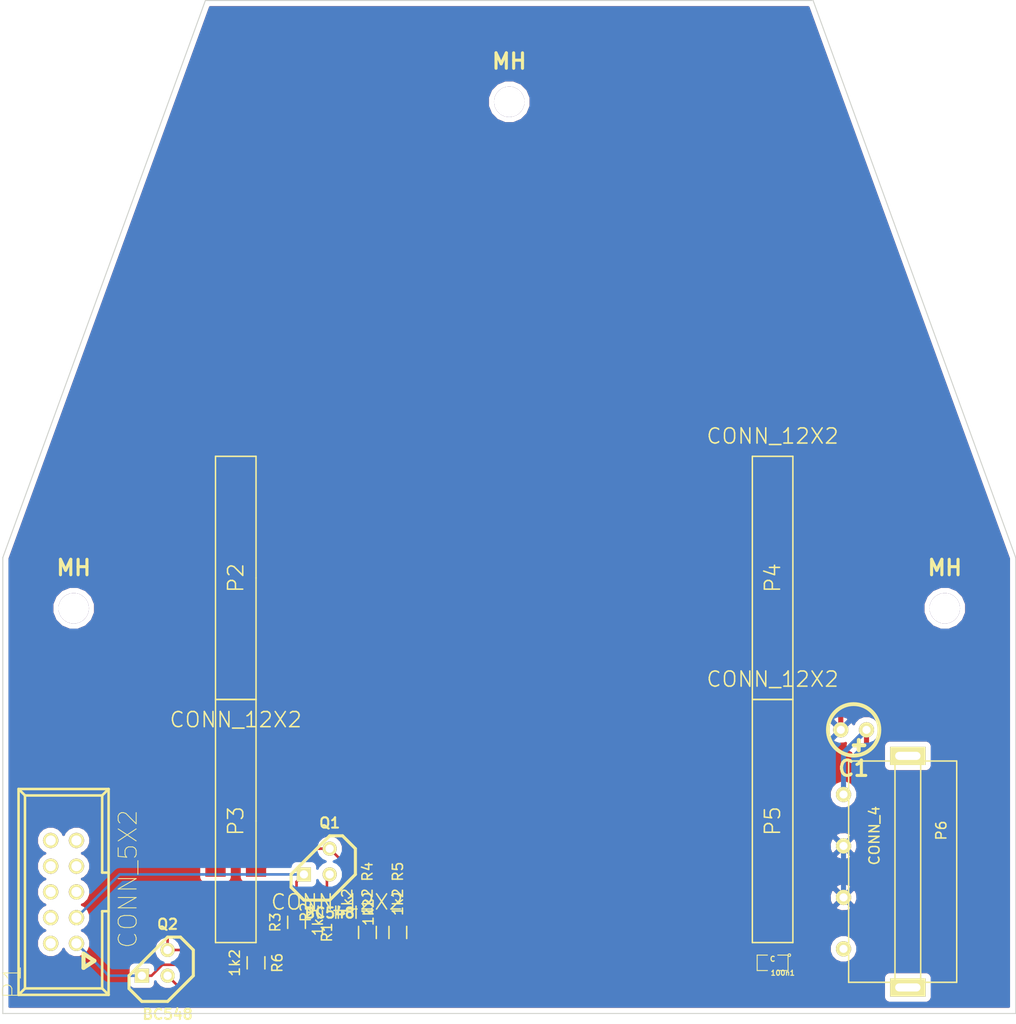
<source format=kicad_pcb>
(kicad_pcb (version 4) (host pcbnew "(2014-10-01 BZR 5160)-product")

  (general
    (links 32)
    (no_connects 2)
    (area 43.936073 34.949999 178.065447 136.1468)
    (thickness 1.6)
    (drawings 8)
    (tracks 99)
    (zones 0)
    (modules 19)
    (nets 101)
  )

  (page A4)
  (layers
    (0 F.Cu signal)
    (31 B.Cu signal)
    (32 B.Adhes user)
    (33 F.Adhes user)
    (34 B.Paste user)
    (35 F.Paste user)
    (36 B.SilkS user)
    (37 F.SilkS user)
    (38 B.Mask user)
    (39 F.Mask user)
    (40 Dwgs.User user)
    (41 Cmts.User user)
    (42 Eco1.User user)
    (43 Eco2.User user)
    (44 Edge.Cuts user)
    (45 Margin user)
    (46 B.CrtYd user)
    (47 F.CrtYd user)
    (48 B.Fab user)
    (49 F.Fab user)
  )

  (setup
    (last_trace_width 0.254)
    (trace_clearance 0.254)
    (zone_clearance 0.508)
    (zone_45_only no)
    (trace_min 0.254)
    (segment_width 0.2)
    (edge_width 0.1)
    (via_size 0.889)
    (via_drill 0.635)
    (via_min_size 0.889)
    (via_min_drill 0.508)
    (uvia_size 0.508)
    (uvia_drill 0.127)
    (uvias_allowed no)
    (uvia_min_size 0.508)
    (uvia_min_drill 0.127)
    (pcb_text_width 0.3)
    (pcb_text_size 1.5 1.5)
    (mod_edge_width 0.15)
    (mod_text_size 1 1)
    (mod_text_width 0.15)
    (pad_size 1.5 1.5)
    (pad_drill 0.6)
    (pad_to_mask_clearance 0)
    (aux_axis_origin 0 0)
    (visible_elements FFFFFF7F)
    (pcbplotparams
      (layerselection 0x00000_80000000)
      (usegerberextensions false)
      (excludeedgelayer false)
      (linewidth 0.100000)
      (plotframeref false)
      (viasonmask false)
      (mode 1)
      (useauxorigin false)
      (hpglpennumber 1)
      (hpglpenspeed 20)
      (hpglpendiameter 15)
      (hpglpenoverlay 2)
      (psnegative false)
      (psa4output false)
      (plotreference false)
      (plotvalue false)
      (plotinvisibletext false)
      (padsonsilk false)
      (subtractmaskfromsilk false)
      (outputformat 5)
      (mirror false)
      (drillshape 2)
      (scaleselection 1)
      (outputdirectory ""))
  )

  (net 0 "")
  (net 1 GND)
  (net 2 +5V)
  (net 3 robot_scl)
  (net 4 "Net-(P1-Pad2)")
  (net 5 robot_sda)
  (net 6 "Net-(P1-Pad4)")
  (net 7 "Net-(P1-Pad5)")
  (net 8 "Net-(P1-Pad6)")
  (net 9 "Net-(P1-Pad7)")
  (net 10 "Net-(P1-Pad8)")
  (net 11 "Net-(P1-Pad9)")
  (net 12 "Net-(P1-Pad10)")
  (net 13 "Net-(P2-Pad2)")
  (net 14 "Net-(P2-Pad3)")
  (net 15 "Net-(P2-Pad4)")
  (net 16 "Net-(P2-Pad5)")
  (net 17 "Net-(P2-Pad6)")
  (net 18 "Net-(P2-Pad7)")
  (net 19 "Net-(P2-Pad8)")
  (net 20 "Net-(P2-Pad9)")
  (net 21 "Net-(P2-Pad10)")
  (net 22 "Net-(P2-Pad11)")
  (net 23 "Net-(P2-Pad12)")
  (net 24 "Net-(P2-Pad14)")
  (net 25 "Net-(P2-Pad15)")
  (net 26 "Net-(P2-Pad16)")
  (net 27 "Net-(P2-Pad17)")
  (net 28 "Net-(P2-Pad18)")
  (net 29 "Net-(P2-Pad19)")
  (net 30 "Net-(P2-Pad20)")
  (net 31 "Net-(P2-Pad21)")
  (net 32 "Net-(P2-Pad22)")
  (net 33 "Net-(P2-Pad23)")
  (net 34 "Net-(P2-Pad24)")
  (net 35 "Net-(P3-Pad2)")
  (net 36 "Net-(P3-Pad3)")
  (net 37 "Net-(P3-Pad4)")
  (net 38 "Net-(P3-Pad5)")
  (net 39 cubie_sck)
  (net 40 cubie_sda)
  (net 41 "Net-(P3-Pad8)")
  (net 42 "Net-(P3-Pad9)")
  (net 43 "Net-(P3-Pad10)")
  (net 44 "Net-(P3-Pad11)")
  (net 45 "Net-(P3-Pad12)")
  (net 46 "Net-(P3-Pad13)")
  (net 47 "Net-(P3-Pad14)")
  (net 48 "Net-(P3-Pad15)")
  (net 49 "Net-(P3-Pad16)")
  (net 50 "Net-(P3-Pad17)")
  (net 51 "Net-(P3-Pad18)")
  (net 52 "Net-(P3-Pad21)")
  (net 53 "Net-(P3-Pad22)")
  (net 54 "Net-(P3-Pad23)")
  (net 55 "Net-(P3-Pad24)")
  (net 56 "Net-(P4-Pad1)")
  (net 57 "Net-(P4-Pad3)")
  (net 58 "Net-(P4-Pad4)")
  (net 59 "Net-(P4-Pad5)")
  (net 60 "Net-(P4-Pad6)")
  (net 61 "Net-(P4-Pad7)")
  (net 62 "Net-(P4-Pad8)")
  (net 63 "Net-(P4-Pad10)")
  (net 64 "Net-(P4-Pad11)")
  (net 65 "Net-(P4-Pad12)")
  (net 66 "Net-(P4-Pad13)")
  (net 67 "Net-(P4-Pad14)")
  (net 68 "Net-(P4-Pad15)")
  (net 69 "Net-(P4-Pad16)")
  (net 70 "Net-(P4-Pad17)")
  (net 71 "Net-(P4-Pad18)")
  (net 72 "Net-(P4-Pad19)")
  (net 73 "Net-(P4-Pad21)")
  (net 74 "Net-(P4-Pad22)")
  (net 75 "Net-(P4-Pad23)")
  (net 76 "Net-(P4-Pad24)")
  (net 77 "Net-(P5-Pad1)")
  (net 78 "Net-(P5-Pad2)")
  (net 79 "Net-(P5-Pad3)")
  (net 80 "Net-(P5-Pad4)")
  (net 81 "Net-(P5-Pad5)")
  (net 82 "Net-(P5-Pad6)")
  (net 83 "Net-(P5-Pad7)")
  (net 84 "Net-(P5-Pad8)")
  (net 85 "Net-(P5-Pad9)")
  (net 86 "Net-(P5-Pad10)")
  (net 87 "Net-(P5-Pad11)")
  (net 88 "Net-(P5-Pad12)")
  (net 89 "Net-(P5-Pad13)")
  (net 90 "Net-(P5-Pad15)")
  (net 91 "Net-(P5-Pad16)")
  (net 92 "Net-(P5-Pad17)")
  (net 93 "Net-(P5-Pad21)")
  (net 94 "Net-(P5-Pad22)")
  (net 95 "Net-(P5-Pad23)")
  (net 96 "Net-(P5-Pad24)")
  (net 97 "Net-(P6-Pad1)")
  (net 98 "Net-(Q1-Pad2)")
  (net 99 "Net-(Q2-Pad2)")
  (net 100 +3.3V)

  (net_class Default "This is the default net class."
    (clearance 0.254)
    (trace_width 0.254)
    (via_dia 0.889)
    (via_drill 0.635)
    (uvia_dia 0.508)
    (uvia_drill 0.127)
    (add_net +3.3V)
    (add_net "Net-(P1-Pad10)")
    (add_net "Net-(P1-Pad2)")
    (add_net "Net-(P1-Pad4)")
    (add_net "Net-(P1-Pad5)")
    (add_net "Net-(P1-Pad6)")
    (add_net "Net-(P1-Pad7)")
    (add_net "Net-(P1-Pad8)")
    (add_net "Net-(P1-Pad9)")
    (add_net "Net-(P2-Pad10)")
    (add_net "Net-(P2-Pad11)")
    (add_net "Net-(P2-Pad12)")
    (add_net "Net-(P2-Pad14)")
    (add_net "Net-(P2-Pad15)")
    (add_net "Net-(P2-Pad16)")
    (add_net "Net-(P2-Pad17)")
    (add_net "Net-(P2-Pad18)")
    (add_net "Net-(P2-Pad19)")
    (add_net "Net-(P2-Pad2)")
    (add_net "Net-(P2-Pad20)")
    (add_net "Net-(P2-Pad21)")
    (add_net "Net-(P2-Pad22)")
    (add_net "Net-(P2-Pad23)")
    (add_net "Net-(P2-Pad24)")
    (add_net "Net-(P2-Pad3)")
    (add_net "Net-(P2-Pad4)")
    (add_net "Net-(P2-Pad5)")
    (add_net "Net-(P2-Pad6)")
    (add_net "Net-(P2-Pad7)")
    (add_net "Net-(P2-Pad8)")
    (add_net "Net-(P2-Pad9)")
    (add_net "Net-(P3-Pad10)")
    (add_net "Net-(P3-Pad11)")
    (add_net "Net-(P3-Pad12)")
    (add_net "Net-(P3-Pad13)")
    (add_net "Net-(P3-Pad14)")
    (add_net "Net-(P3-Pad15)")
    (add_net "Net-(P3-Pad16)")
    (add_net "Net-(P3-Pad17)")
    (add_net "Net-(P3-Pad18)")
    (add_net "Net-(P3-Pad2)")
    (add_net "Net-(P3-Pad21)")
    (add_net "Net-(P3-Pad22)")
    (add_net "Net-(P3-Pad23)")
    (add_net "Net-(P3-Pad24)")
    (add_net "Net-(P3-Pad3)")
    (add_net "Net-(P3-Pad4)")
    (add_net "Net-(P3-Pad5)")
    (add_net "Net-(P3-Pad8)")
    (add_net "Net-(P3-Pad9)")
    (add_net "Net-(P4-Pad1)")
    (add_net "Net-(P4-Pad10)")
    (add_net "Net-(P4-Pad11)")
    (add_net "Net-(P4-Pad12)")
    (add_net "Net-(P4-Pad13)")
    (add_net "Net-(P4-Pad14)")
    (add_net "Net-(P4-Pad15)")
    (add_net "Net-(P4-Pad16)")
    (add_net "Net-(P4-Pad17)")
    (add_net "Net-(P4-Pad18)")
    (add_net "Net-(P4-Pad19)")
    (add_net "Net-(P4-Pad21)")
    (add_net "Net-(P4-Pad22)")
    (add_net "Net-(P4-Pad23)")
    (add_net "Net-(P4-Pad24)")
    (add_net "Net-(P4-Pad3)")
    (add_net "Net-(P4-Pad4)")
    (add_net "Net-(P4-Pad5)")
    (add_net "Net-(P4-Pad6)")
    (add_net "Net-(P4-Pad7)")
    (add_net "Net-(P4-Pad8)")
    (add_net "Net-(P5-Pad1)")
    (add_net "Net-(P5-Pad10)")
    (add_net "Net-(P5-Pad11)")
    (add_net "Net-(P5-Pad12)")
    (add_net "Net-(P5-Pad13)")
    (add_net "Net-(P5-Pad15)")
    (add_net "Net-(P5-Pad16)")
    (add_net "Net-(P5-Pad17)")
    (add_net "Net-(P5-Pad2)")
    (add_net "Net-(P5-Pad21)")
    (add_net "Net-(P5-Pad22)")
    (add_net "Net-(P5-Pad23)")
    (add_net "Net-(P5-Pad24)")
    (add_net "Net-(P5-Pad3)")
    (add_net "Net-(P5-Pad4)")
    (add_net "Net-(P5-Pad5)")
    (add_net "Net-(P5-Pad6)")
    (add_net "Net-(P5-Pad7)")
    (add_net "Net-(P5-Pad8)")
    (add_net "Net-(P5-Pad9)")
    (add_net "Net-(P6-Pad1)")
    (add_net "Net-(Q1-Pad2)")
    (add_net "Net-(Q2-Pad2)")
    (add_net cubie_sck)
    (add_net cubie_sda)
    (add_net robot_scl)
    (add_net robot_sda)
  )

  (net_class power ""
    (clearance 0.254)
    (trace_width 0.5)
    (via_dia 0.889)
    (via_drill 0.635)
    (uvia_dia 0.508)
    (uvia_drill 0.127)
    (add_net +5V)
    (add_net GND)
  )

  (module Discret:TO92 (layer F.Cu) (tedit 543061D4) (tstamp 54306217)
    (at 75 130 180)
    (descr "Transistor TO92 brochage type BC237")
    (tags "TR TO92")
    (path /54306E3B)
    (fp_text reference Q2 (at -1.27 3.81 180) (layer F.SilkS)
      (effects (font (size 1.016 1.016) (thickness 0.2032)))
    )
    (fp_text value BC548 (at -1.27 -5.08 180) (layer F.SilkS)
      (effects (font (size 1.016 1.016) (thickness 0.2032)))
    )
    (fp_line (start -1.27 2.54) (end 2.54 -1.27) (layer F.SilkS) (width 0.3048))
    (fp_line (start 2.54 -1.27) (end 2.54 -2.54) (layer F.SilkS) (width 0.3048))
    (fp_line (start 2.54 -2.54) (end 1.27 -3.81) (layer F.SilkS) (width 0.3048))
    (fp_line (start 1.27 -3.81) (end -1.27 -3.81) (layer F.SilkS) (width 0.3048))
    (fp_line (start -1.27 -3.81) (end -3.81 -1.27) (layer F.SilkS) (width 0.3048))
    (fp_line (start -3.81 -1.27) (end -3.81 1.27) (layer F.SilkS) (width 0.3048))
    (fp_line (start -3.81 1.27) (end -2.54 2.54) (layer F.SilkS) (width 0.3048))
    (fp_line (start -2.54 2.54) (end -1.27 2.54) (layer F.SilkS) (width 0.3048))
    (pad 1 thru_hole rect (at 1.27 -1.27 180) (size 1.397 1.397) (drill 0.8128) (layers *.Cu *.Mask F.SilkS)
      (net 3 robot_scl))
    (pad 2 thru_hole circle (at -1.27 -1.27 180) (size 1.397 1.397) (drill 0.8128) (layers *.Cu *.Mask F.SilkS)
      (net 99 "Net-(Q2-Pad2)"))
    (pad 3 thru_hole circle (at -1.27 1.27 180) (size 1.397 1.397) (drill 0.8128) (layers *.Cu *.Mask F.SilkS)
      (net 39 cubie_sck))
    (model discret/to98.wrl
      (at (xyz 0 0 0))
      (scale (xyz 1 1 1))
      (rotate (xyz 0 0 0))
    )
  )

  (module Connect:VASCH5x2 (layer F.Cu) (tedit 542F0C76) (tstamp 542F0CFF)
    (at 66 123 90)
    (descr CONNECTOR)
    (tags CONNECTOR)
    (path /542D9041)
    (attr virtual)
    (fp_text reference P1 (at -8.89 -5.08 90) (layer F.SilkS)
      (effects (font (size 1.778 1.778) (thickness 0.0889)))
    )
    (fp_text value CONN_5X2 (at 1.27 6.35 90) (layer F.SilkS)
      (effects (font (size 1.778 1.778) (thickness 0.0889)))
    )
    (fp_line (start -9.525 -3.81) (end -10.16 -4.445) (layer F.SilkS) (width 0.254))
    (fp_line (start -9.525 3.81) (end -10.16 4.445) (layer F.SilkS) (width 0.254))
    (fp_line (start 9.525 3.81) (end 10.16 4.445) (layer F.SilkS) (width 0.254))
    (fp_line (start 9.525 -3.81) (end 10.16 -4.445) (layer F.SilkS) (width 0.254))
    (fp_line (start 1.905 4.445) (end 1.905 3.81) (layer F.SilkS) (width 0.254))
    (fp_line (start 1.905 3.81) (end 9.525 3.81) (layer F.SilkS) (width 0.254))
    (fp_line (start 9.525 3.81) (end 9.525 -3.81) (layer F.SilkS) (width 0.254))
    (fp_line (start 9.525 -3.81) (end -9.525 -3.81) (layer F.SilkS) (width 0.254))
    (fp_line (start -9.525 -3.81) (end -9.525 3.81) (layer F.SilkS) (width 0.254))
    (fp_line (start -9.525 3.81) (end -1.905 3.81) (layer F.SilkS) (width 0.254))
    (fp_line (start -1.905 3.81) (end -1.905 4.445) (layer F.SilkS) (width 0.254))
    (fp_line (start -10.16 4.445) (end 10.16 4.445) (layer F.SilkS) (width 0.254))
    (fp_line (start 10.16 -4.445) (end -10.16 -4.445) (layer F.SilkS) (width 0.254))
    (fp_line (start -10.16 -4.445) (end -10.16 4.445) (layer F.SilkS) (width 0.254))
    (fp_line (start 10.16 -4.445) (end 10.16 4.445) (layer F.SilkS) (width 0.254))
    (fp_line (start -7.49808 1.9685) (end -6.79958 3.03784) (layer F.SilkS) (width 0.4064))
    (fp_line (start -6.79958 3.03784) (end -6.09854 1.9685) (layer F.SilkS) (width 0.4064))
    (fp_line (start -6.09854 1.9685) (end -7.49808 1.9685) (layer F.SilkS) (width 0.4064))
    (pad 1 thru_hole circle (at -5.08 1.27 90) (size 1.50622 1.50622) (drill 0.99822) (layers *.Cu F.Paste F.SilkS F.Mask)
      (net 3 robot_scl))
    (pad 2 thru_hole circle (at -5.08 -1.27 90) (size 1.50622 1.50622) (drill 0.99822) (layers *.Cu F.Paste F.SilkS F.Mask)
      (net 4 "Net-(P1-Pad2)"))
    (pad 3 thru_hole circle (at -2.54 1.27 90) (size 1.50622 1.50622) (drill 0.99822) (layers *.Cu F.Paste F.SilkS F.Mask)
      (net 5 robot_sda))
    (pad 4 thru_hole circle (at -2.54 -1.27 90) (size 1.50622 1.50622) (drill 0.99822) (layers *.Cu F.Paste F.SilkS F.Mask)
      (net 6 "Net-(P1-Pad4)"))
    (pad 5 thru_hole circle (at 0 1.27 90) (size 1.50622 1.50622) (drill 0.99822) (layers *.Cu F.Paste F.SilkS F.Mask)
      (net 7 "Net-(P1-Pad5)"))
    (pad 6 thru_hole circle (at 0 -1.27 90) (size 1.50622 1.50622) (drill 0.99822) (layers *.Cu F.Paste F.SilkS F.Mask)
      (net 8 "Net-(P1-Pad6)"))
    (pad 7 thru_hole circle (at 2.54 1.27 90) (size 1.50622 1.50622) (drill 0.99822) (layers *.Cu F.Paste F.SilkS F.Mask)
      (net 9 "Net-(P1-Pad7)"))
    (pad 8 thru_hole circle (at 2.54 -1.27 90) (size 1.50622 1.50622) (drill 0.99822) (layers *.Cu F.Paste F.SilkS F.Mask)
      (net 10 "Net-(P1-Pad8)"))
    (pad 9 thru_hole circle (at 5.08 1.27 90) (size 1.50622 1.50622) (drill 0.99822) (layers *.Cu F.Paste F.SilkS F.Mask)
      (net 11 "Net-(P1-Pad9)"))
    (pad 10 thru_hole circle (at 5.08 -1.27 90) (size 1.50622 1.50622) (drill 0.99822) (layers *.Cu F.Paste F.SilkS F.Mask)
      (net 12 "Net-(P1-Pad10)"))
  )

  (module Molex4Pin:Molex (layer F.Cu) (tedit 52B617D1) (tstamp 542F0D79)
    (at 143 121 270)
    (path /542D91DE)
    (fp_text reference P6 (at -4.064 -9.652 270) (layer F.SilkS)
      (effects (font (size 1 1) (thickness 0.15)))
    )
    (fp_text value CONN_4 (at -3.556 -3.048 270) (layer F.SilkS)
      (effects (font (size 1 1) (thickness 0.15)))
    )
    (fp_line (start -10.922 -0.508) (end 10.922 -0.508) (layer F.SilkS) (width 0.15))
    (fp_line (start 11.43 -5.08) (end -11.43 -5.08) (layer F.SilkS) (width 0.15))
    (fp_line (start -11.43 -7.62) (end 11.43 -7.62) (layer F.SilkS) (width 0.15))
    (fp_line (start 10.922 -11.176) (end -10.922 -11.176) (layer F.SilkS) (width 0.15))
    (fp_line (start -10.922 -7.62) (end -10.922 -11.176) (layer F.SilkS) (width 0.15))
    (fp_line (start 10.922 -11.176) (end 10.922 -7.62) (layer F.SilkS) (width 0.15))
    (fp_line (start -10.922 -1.524) (end -10.922 -0.508) (layer F.SilkS) (width 0.15))
    (fp_line (start 10.922 -0.508) (end 10.922 -5.08) (layer F.SilkS) (width 0.15))
    (fp_line (start -10.922 -5.08) (end -10.922 -1.524) (layer F.SilkS) (width 0.15))
    (fp_line (start -11.43 -7.62) (end -11.43 -5.08) (layer F.SilkS) (width 0.15))
    (fp_line (start 11.43 -5.08) (end 11.43 -7.62) (layer F.SilkS) (width 0.15))
    (pad 6 thru_hole rect (at -11.43 -6.35 270) (size 1.8 3.5) (drill oval 0.8 2.5) (layers *.Cu *.Mask F.SilkS))
    (pad 2 thru_hole circle (at 2.54 0 270) (size 1.5 1.5) (drill 0.8) (layers *.Cu *.Mask F.SilkS)
      (net 1 GND))
    (pad 1 thru_hole circle (at 7.62 0 270) (size 1.5 1.5) (drill 0.8) (layers *.Cu *.Mask F.SilkS)
      (net 97 "Net-(P6-Pad1)"))
    (pad 3 thru_hole circle (at -2.54 0 270) (size 1.5 1.5) (drill 0.8) (layers *.Cu *.Mask F.SilkS)
      (net 1 GND))
    (pad 4 thru_hole circle (at -7.62 0 270) (size 1.5 1.5) (drill 0.8) (layers *.Cu *.Mask F.SilkS)
      (net 2 +5V))
    (pad 6 thru_hole rect (at 11.43 -6.35 270) (size 1.8 3.5) (drill oval 0.8 2.5) (layers *.Cu *.Mask F.SilkS))
  )

  (module CubieConn:SMD2mm_Header_12x2 (layer F.Cu) (tedit 542EEB29) (tstamp 54304EF9)
    (at 83 116 180)
    (path /542D8E4D)
    (fp_text reference P3 (at 0 0 270) (layer F.SilkS)
      (effects (font (size 1.5 1.5) (thickness 0.15)))
    )
    (fp_text value CONN_12X2 (at -10 -8 180) (layer F.SilkS)
      (effects (font (size 1.5 1.5) (thickness 0.15)))
    )
    (fp_line (start -2 0) (end -2 12) (layer F.SilkS) (width 0.15))
    (fp_line (start -2 12) (end 2 12) (layer F.SilkS) (width 0.15))
    (fp_line (start 2 12) (end 2 -12) (layer F.SilkS) (width 0.15))
    (fp_line (start 2 -12) (end -2 -12) (layer F.SilkS) (width 0.15))
    (fp_line (start -2 -12) (end -2 0) (layer F.SilkS) (width 0.15))
    (pad 1 smd rect (at -2 -11 180) (size 2 1) (layers F.Cu F.Paste F.Mask)
      (net 2 +5V))
    (pad 2 smd rect (at 2 -11 180) (size 2 1) (layers F.Cu F.Paste F.Mask)
      (net 35 "Net-(P3-Pad2)"))
    (pad 3 smd rect (at -2 -9 180) (size 2 1) (layers F.Cu F.Paste F.Mask)
      (net 36 "Net-(P3-Pad3)"))
    (pad 4 smd rect (at 2 -9 180) (size 2 1) (layers F.Cu F.Paste F.Mask)
      (net 37 "Net-(P3-Pad4)"))
    (pad 5 smd rect (at -2 -7 180) (size 2 1) (layers F.Cu F.Paste F.Mask)
      (net 38 "Net-(P3-Pad5)"))
    (pad 6 smd rect (at 2 -7 180) (size 2 1) (layers F.Cu F.Paste F.Mask)
      (net 39 cubie_sck))
    (pad 7 smd rect (at -2 -5 180) (size 2 1) (layers F.Cu F.Paste F.Mask)
      (net 40 cubie_sda))
    (pad 8 smd rect (at 2 -5 180) (size 2 1) (layers F.Cu F.Paste F.Mask)
      (net 41 "Net-(P3-Pad8)"))
    (pad 9 smd rect (at -2 -3 180) (size 2 1) (layers F.Cu F.Paste F.Mask)
      (net 42 "Net-(P3-Pad9)"))
    (pad 10 smd rect (at 2 -3 180) (size 2 1) (layers F.Cu F.Paste F.Mask)
      (net 43 "Net-(P3-Pad10)"))
    (pad 11 smd rect (at -2 -1 180) (size 2 1) (layers F.Cu F.Paste F.Mask)
      (net 44 "Net-(P3-Pad11)"))
    (pad 12 smd rect (at 2 -1 180) (size 2 1) (layers F.Cu F.Paste F.Mask)
      (net 45 "Net-(P3-Pad12)"))
    (pad 13 smd rect (at -2 1 180) (size 2 1) (layers F.Cu F.Paste F.Mask)
      (net 46 "Net-(P3-Pad13)"))
    (pad 14 smd rect (at 2 1 180) (size 2 1) (layers F.Cu F.Paste F.Mask)
      (net 47 "Net-(P3-Pad14)"))
    (pad 15 smd rect (at -2 3 180) (size 2 1) (layers F.Cu F.Paste F.Mask)
      (net 48 "Net-(P3-Pad15)"))
    (pad 16 smd rect (at 2 3 180) (size 2 1) (layers F.Cu F.Paste F.Mask)
      (net 49 "Net-(P3-Pad16)"))
    (pad 17 smd rect (at -2 5 180) (size 2 1) (layers F.Cu F.Paste F.Mask)
      (net 50 "Net-(P3-Pad17)"))
    (pad 18 smd rect (at 2 5 180) (size 2 1) (layers F.Cu F.Paste F.Mask)
      (net 51 "Net-(P3-Pad18)"))
    (pad 19 smd rect (at -2 7 180) (size 2 1) (layers F.Cu F.Paste F.Mask)
      (net 1 GND))
    (pad 20 smd rect (at 2 7 180) (size 2 1) (layers F.Cu F.Paste F.Mask)
      (net 1 GND))
    (pad 21 smd rect (at -2 9 180) (size 2 1) (layers F.Cu F.Paste F.Mask)
      (net 52 "Net-(P3-Pad21)"))
    (pad 22 smd rect (at 2 9 180) (size 2 1) (layers F.Cu F.Paste F.Mask)
      (net 53 "Net-(P3-Pad22)"))
    (pad 23 smd rect (at -2 11 180) (size 2 1) (layers F.Cu F.Paste F.Mask)
      (net 54 "Net-(P3-Pad23)"))
    (pad 24 smd rect (at 2 11 180) (size 2 1) (layers F.Cu F.Paste F.Mask)
      (net 55 "Net-(P3-Pad24)"))
  )

  (module CubieConn:SMD2mm_Header_12x2 (layer F.Cu) (tedit 542EEB29) (tstamp 54304F1B)
    (at 136 116)
    (path /542D8EA4)
    (fp_text reference P5 (at 0 0 90) (layer F.SilkS)
      (effects (font (size 1.5 1.5) (thickness 0.15)))
    )
    (fp_text value CONN_12X2 (at 0 -14) (layer F.SilkS)
      (effects (font (size 1.5 1.5) (thickness 0.15)))
    )
    (fp_line (start -2 0) (end -2 12) (layer F.SilkS) (width 0.15))
    (fp_line (start -2 12) (end 2 12) (layer F.SilkS) (width 0.15))
    (fp_line (start 2 12) (end 2 -12) (layer F.SilkS) (width 0.15))
    (fp_line (start 2 -12) (end -2 -12) (layer F.SilkS) (width 0.15))
    (fp_line (start -2 -12) (end -2 0) (layer F.SilkS) (width 0.15))
    (pad 1 smd rect (at -2 -11) (size 2 1) (layers F.Cu F.Paste F.Mask)
      (net 77 "Net-(P5-Pad1)"))
    (pad 2 smd rect (at 2 -11) (size 2 1) (layers F.Cu F.Paste F.Mask)
      (net 78 "Net-(P5-Pad2)"))
    (pad 3 smd rect (at -2 -9) (size 2 1) (layers F.Cu F.Paste F.Mask)
      (net 79 "Net-(P5-Pad3)"))
    (pad 4 smd rect (at 2 -9) (size 2 1) (layers F.Cu F.Paste F.Mask)
      (net 80 "Net-(P5-Pad4)"))
    (pad 5 smd rect (at -2 -7) (size 2 1) (layers F.Cu F.Paste F.Mask)
      (net 81 "Net-(P5-Pad5)"))
    (pad 6 smd rect (at 2 -7) (size 2 1) (layers F.Cu F.Paste F.Mask)
      (net 82 "Net-(P5-Pad6)"))
    (pad 7 smd rect (at -2 -5) (size 2 1) (layers F.Cu F.Paste F.Mask)
      (net 83 "Net-(P5-Pad7)"))
    (pad 8 smd rect (at 2 -5) (size 2 1) (layers F.Cu F.Paste F.Mask)
      (net 84 "Net-(P5-Pad8)"))
    (pad 9 smd rect (at -2 -3) (size 2 1) (layers F.Cu F.Paste F.Mask)
      (net 85 "Net-(P5-Pad9)"))
    (pad 10 smd rect (at 2 -3) (size 2 1) (layers F.Cu F.Paste F.Mask)
      (net 86 "Net-(P5-Pad10)"))
    (pad 11 smd rect (at -2 -1) (size 2 1) (layers F.Cu F.Paste F.Mask)
      (net 87 "Net-(P5-Pad11)"))
    (pad 12 smd rect (at 2 -1) (size 2 1) (layers F.Cu F.Paste F.Mask)
      (net 88 "Net-(P5-Pad12)"))
    (pad 13 smd rect (at -2 1) (size 2 1) (layers F.Cu F.Paste F.Mask)
      (net 89 "Net-(P5-Pad13)"))
    (pad 14 smd rect (at 2 1) (size 2 1) (layers F.Cu F.Paste F.Mask)
      (net 1 GND))
    (pad 15 smd rect (at -2 3) (size 2 1) (layers F.Cu F.Paste F.Mask)
      (net 90 "Net-(P5-Pad15)"))
    (pad 16 smd rect (at 2 3) (size 2 1) (layers F.Cu F.Paste F.Mask)
      (net 91 "Net-(P5-Pad16)"))
    (pad 17 smd rect (at -2 5) (size 2 1) (layers F.Cu F.Paste F.Mask)
      (net 92 "Net-(P5-Pad17)"))
    (pad 18 smd rect (at 2 5) (size 2 1) (layers F.Cu F.Paste F.Mask)
      (net 1 GND))
    (pad 19 smd rect (at -2 7) (size 2 1) (layers F.Cu F.Paste F.Mask)
      (net 2 +5V))
    (pad 20 smd rect (at 2 7) (size 2 1) (layers F.Cu F.Paste F.Mask)
      (net 100 +3.3V))
    (pad 21 smd rect (at -2 9) (size 2 1) (layers F.Cu F.Paste F.Mask)
      (net 93 "Net-(P5-Pad21)"))
    (pad 22 smd rect (at 2 9) (size 2 1) (layers F.Cu F.Paste F.Mask)
      (net 94 "Net-(P5-Pad22)"))
    (pad 23 smd rect (at -2 11) (size 2 1) (layers F.Cu F.Paste F.Mask)
      (net 95 "Net-(P5-Pad23)"))
    (pad 24 smd rect (at 2 11) (size 2 1) (layers F.Cu F.Paste F.Mask)
      (net 96 "Net-(P5-Pad24)"))
  )

  (module SMD_Packages:SMD-0805 (layer F.Cu) (tedit 542F0C76) (tstamp 542F0CEB)
    (at 136 130 180)
    (path /542ED56E)
    (attr smd)
    (fp_text reference 100n1 (at -1 -1 180) (layer F.SilkS)
      (effects (font (size 0.50038 0.50038) (thickness 0.10922)))
    )
    (fp_text value C (at 0 0.381 180) (layer F.SilkS)
      (effects (font (size 0.50038 0.50038) (thickness 0.10922)))
    )
    (fp_circle (center -1.651 0.762) (end -1.651 0.635) (layer F.SilkS) (width 0.09906))
    (fp_line (start -0.508 0.762) (end -1.524 0.762) (layer F.SilkS) (width 0.09906))
    (fp_line (start -1.524 0.762) (end -1.524 -0.762) (layer F.SilkS) (width 0.09906))
    (fp_line (start -1.524 -0.762) (end -0.508 -0.762) (layer F.SilkS) (width 0.09906))
    (fp_line (start 0.508 -0.762) (end 1.524 -0.762) (layer F.SilkS) (width 0.09906))
    (fp_line (start 1.524 -0.762) (end 1.524 0.762) (layer F.SilkS) (width 0.09906))
    (fp_line (start 1.524 0.762) (end 0.508 0.762) (layer F.SilkS) (width 0.09906))
    (pad 1 smd rect (at -0.9525 0 180) (size 0.889 1.397) (layers F.Cu F.Paste F.Mask)
      (net 1 GND))
    (pad 2 smd rect (at 0.9525 0 180) (size 0.889 1.397) (layers F.Cu F.Paste F.Mask)
      (net 2 +5V))
    (model smd/chip_cms.wrl
      (at (xyz 0 0 0))
      (scale (xyz 0.1 0.1 0.1))
      (rotate (xyz 0 0 0))
    )
  )

  (module Capacitors_Elko_ThroughHole:Elko_vert_DM5_RM2-5 (layer F.Cu) (tedit 542F0C76) (tstamp 542F0CF1)
    (at 144 107 180)
    (descr "Electrolytic Capacitor, vertical, diameter 5mm, radial, RM 2,5mm")
    (tags "Electrolytic Capacitor, vertical, diameter 5mm, radial, RM 2,5mm, Elko, Electrolytkondensator, Kondensator gepolt, Durchmesser 5mm")
    (path /542ED1BF)
    (fp_text reference C1 (at 0 -3.81 180) (layer F.SilkS)
      (effects (font (thickness 0.3048)))
    )
    (fp_text value 10u (at 0 3.81 180) (layer F.SilkS) hide
      (effects (font (thickness 0.3048)))
    )
    (fp_line (start -1.0668 -1.524) (end 0 -1.524) (layer F.Cu) (width 0.381))
    (fp_line (start -0.508 -2.032) (end -0.508 -0.9906) (layer F.Cu) (width 0.381))
    (fp_line (start 0 -1.524) (end -1.0668 -1.524) (layer F.SilkS) (width 0.381))
    (fp_line (start -0.508 -2.032) (end -0.508 -0.9906) (layer F.SilkS) (width 0.381))
    (fp_circle (center 0 0) (end 2.54 0) (layer F.SilkS) (width 0.381))
    (pad 2 thru_hole circle (at 1.27 0 180) (size 1.50114 1.50114) (drill 0.8001) (layers *.Cu *.Mask F.SilkS)
      (net 1 GND))
    (pad 1 thru_hole circle (at -1.27 0 180) (size 1.50114 1.50114) (drill 0.8001) (layers *.Cu *.Mask F.SilkS)
      (net 2 +5V))
  )

  (module Resistors_SMD:R_0805 (layer F.Cu) (tedit 5415CDEB) (tstamp 542F0D8D)
    (at 94 125 90)
    (descr "Resistor SMD 0805, reflow soldering, Vishay (see dcrcw.pdf)")
    (tags "resistor 0805")
    (path /542EE5ED)
    (attr smd)
    (fp_text reference R1 (at -2 -2 90) (layer F.SilkS)
      (effects (font (size 1 1) (thickness 0.15)))
    )
    (fp_text value 1k2 (at 0 2.1 90) (layer F.SilkS)
      (effects (font (size 1 1) (thickness 0.15)))
    )
    (fp_line (start 0.6 0.875) (end -0.6 0.875) (layer F.SilkS) (width 0.15))
    (fp_line (start -0.6 -0.875) (end 0.6 -0.875) (layer F.SilkS) (width 0.15))
    (pad 1 smd rect (at -0.95 0 90) (size 0.7 1.3) (layers F.Cu F.Paste F.Mask)
      (net 100 +3.3V))
    (pad 2 smd rect (at 0.95 0 90) (size 0.7 1.3) (layers F.Cu F.Paste F.Mask)
      (net 40 cubie_sda))
    (model Resistors_SMD/R_0805.wrl
      (at (xyz 0 0 0))
      (scale (xyz 1 1 1))
      (rotate (xyz 0 0 0))
    )
  )

  (module Resistors_SMD:R_0805 (layer F.Cu) (tedit 5415CDEB) (tstamp 542F0D93)
    (at 92 125 90)
    (descr "Resistor SMD 0805, reflow soldering, Vishay (see dcrcw.pdf)")
    (tags "resistor 0805")
    (path /542EE54A)
    (attr smd)
    (fp_text reference R2 (at 0 -2.1 90) (layer F.SilkS)
      (effects (font (size 1 1) (thickness 0.15)))
    )
    (fp_text value 1k2 (at 1 2 90) (layer F.SilkS)
      (effects (font (size 1 1) (thickness 0.15)))
    )
    (fp_line (start 0.6 0.875) (end -0.6 0.875) (layer F.SilkS) (width 0.15))
    (fp_line (start -0.6 -0.875) (end 0.6 -0.875) (layer F.SilkS) (width 0.15))
    (pad 1 smd rect (at -0.95 0 90) (size 0.7 1.3) (layers F.Cu F.Paste F.Mask)
      (net 100 +3.3V))
    (pad 2 smd rect (at 0.95 0 90) (size 0.7 1.3) (layers F.Cu F.Paste F.Mask)
      (net 98 "Net-(Q1-Pad2)"))
    (model Resistors_SMD/R_0805.wrl
      (at (xyz 0 0 0))
      (scale (xyz 1 1 1))
      (rotate (xyz 0 0 0))
    )
  )

  (module Resistors_SMD:R_0805 (layer F.Cu) (tedit 5415CDEB) (tstamp 542F0D99)
    (at 89 126 90)
    (descr "Resistor SMD 0805, reflow soldering, Vishay (see dcrcw.pdf)")
    (tags "resistor 0805")
    (path /542EE5B5)
    (attr smd)
    (fp_text reference R3 (at 0 -2.1 90) (layer F.SilkS)
      (effects (font (size 1 1) (thickness 0.15)))
    )
    (fp_text value 1k2 (at 0 2.1 90) (layer F.SilkS)
      (effects (font (size 1 1) (thickness 0.15)))
    )
    (fp_line (start 0.6 0.875) (end -0.6 0.875) (layer F.SilkS) (width 0.15))
    (fp_line (start -0.6 -0.875) (end 0.6 -0.875) (layer F.SilkS) (width 0.15))
    (pad 1 smd rect (at -0.95 0 90) (size 0.7 1.3) (layers F.Cu F.Paste F.Mask)
      (net 2 +5V))
    (pad 2 smd rect (at 0.95 0 90) (size 0.7 1.3) (layers F.Cu F.Paste F.Mask)
      (net 5 robot_sda))
    (model Resistors_SMD/R_0805.wrl
      (at (xyz 0 0 0))
      (scale (xyz 1 1 1))
      (rotate (xyz 0 0 0))
    )
  )

  (module Resistors_SMD:R_0805 (layer F.Cu) (tedit 5415CDEB) (tstamp 542F0D9F)
    (at 96 127 270)
    (descr "Resistor SMD 0805, reflow soldering, Vishay (see dcrcw.pdf)")
    (tags "resistor 0805")
    (path /542EEC6E)
    (attr smd)
    (fp_text reference R4 (at -6 0 270) (layer F.SilkS)
      (effects (font (size 1 1) (thickness 0.15)))
    )
    (fp_text value 1k2 (at -3 0 270) (layer F.SilkS)
      (effects (font (size 1 1) (thickness 0.15)))
    )
    (fp_line (start 0.6 0.875) (end -0.6 0.875) (layer F.SilkS) (width 0.15))
    (fp_line (start -0.6 -0.875) (end 0.6 -0.875) (layer F.SilkS) (width 0.15))
    (pad 1 smd rect (at -0.95 0 270) (size 0.7 1.3) (layers F.Cu F.Paste F.Mask)
      (net 100 +3.3V))
    (pad 2 smd rect (at 0.95 0 270) (size 0.7 1.3) (layers F.Cu F.Paste F.Mask)
      (net 39 cubie_sck))
    (model Resistors_SMD/R_0805.wrl
      (at (xyz 0 0 0))
      (scale (xyz 1 1 1))
      (rotate (xyz 0 0 0))
    )
  )

  (module Resistors_SMD:R_0805 (layer F.Cu) (tedit 5415CDEB) (tstamp 542F0DA5)
    (at 99 127 270)
    (descr "Resistor SMD 0805, reflow soldering, Vishay (see dcrcw.pdf)")
    (tags "resistor 0805")
    (path /542EEC62)
    (attr smd)
    (fp_text reference R5 (at -6 0 270) (layer F.SilkS)
      (effects (font (size 1 1) (thickness 0.15)))
    )
    (fp_text value 1k2 (at -3 0 270) (layer F.SilkS)
      (effects (font (size 1 1) (thickness 0.15)))
    )
    (fp_line (start 0.6 0.875) (end -0.6 0.875) (layer F.SilkS) (width 0.15))
    (fp_line (start -0.6 -0.875) (end 0.6 -0.875) (layer F.SilkS) (width 0.15))
    (pad 1 smd rect (at -0.95 0 270) (size 0.7 1.3) (layers F.Cu F.Paste F.Mask)
      (net 100 +3.3V))
    (pad 2 smd rect (at 0.95 0 270) (size 0.7 1.3) (layers F.Cu F.Paste F.Mask)
      (net 99 "Net-(Q2-Pad2)"))
    (model Resistors_SMD/R_0805.wrl
      (at (xyz 0 0 0))
      (scale (xyz 1 1 1))
      (rotate (xyz 0 0 0))
    )
  )

  (module Resistors_SMD:R_0805 (layer F.Cu) (tedit 5415CDEB) (tstamp 54316C8B)
    (at 85 130 270)
    (descr "Resistor SMD 0805, reflow soldering, Vishay (see dcrcw.pdf)")
    (tags "resistor 0805")
    (path /542EEC68)
    (attr smd)
    (fp_text reference R6 (at 0 -2.1 270) (layer F.SilkS)
      (effects (font (size 1 1) (thickness 0.15)))
    )
    (fp_text value 1k2 (at 0 2.1 270) (layer F.SilkS)
      (effects (font (size 1 1) (thickness 0.15)))
    )
    (fp_line (start 0.6 0.875) (end -0.6 0.875) (layer F.SilkS) (width 0.15))
    (fp_line (start -0.6 -0.875) (end 0.6 -0.875) (layer F.SilkS) (width 0.15))
    (pad 1 smd rect (at -0.95 0 270) (size 0.7 1.3) (layers F.Cu F.Paste F.Mask)
      (net 2 +5V))
    (pad 2 smd rect (at 0.95 0 270) (size 0.7 1.3) (layers F.Cu F.Paste F.Mask)
      (net 3 robot_scl))
    (model Resistors_SMD/R_0805.wrl
      (at (xyz 0 0 0))
      (scale (xyz 1 1 1))
      (rotate (xyz 0 0 0))
    )
  )

  (module CubieConn:SMD2mm_Header_12x2 (layer F.Cu) (tedit 542EEB29) (tstamp 54304F3D)
    (at 83 92 180)
    (path /542D8E6B)
    (fp_text reference P2 (at 0 0 270) (layer F.SilkS)
      (effects (font (size 1.5 1.5) (thickness 0.15)))
    )
    (fp_text value CONN_12X2 (at 0 -14 180) (layer F.SilkS)
      (effects (font (size 1.5 1.5) (thickness 0.15)))
    )
    (fp_line (start -2 0) (end -2 12) (layer F.SilkS) (width 0.15))
    (fp_line (start -2 12) (end 2 12) (layer F.SilkS) (width 0.15))
    (fp_line (start 2 12) (end 2 -12) (layer F.SilkS) (width 0.15))
    (fp_line (start 2 -12) (end -2 -12) (layer F.SilkS) (width 0.15))
    (fp_line (start -2 -12) (end -2 0) (layer F.SilkS) (width 0.15))
    (pad 1 smd rect (at -2 -11 180) (size 2 1) (layers F.Cu F.Paste F.Mask)
      (net 1 GND))
    (pad 2 smd rect (at 2 -11 180) (size 2 1) (layers F.Cu F.Paste F.Mask)
      (net 13 "Net-(P2-Pad2)"))
    (pad 3 smd rect (at -2 -9 180) (size 2 1) (layers F.Cu F.Paste F.Mask)
      (net 14 "Net-(P2-Pad3)"))
    (pad 4 smd rect (at 2 -9 180) (size 2 1) (layers F.Cu F.Paste F.Mask)
      (net 15 "Net-(P2-Pad4)"))
    (pad 5 smd rect (at -2 -7 180) (size 2 1) (layers F.Cu F.Paste F.Mask)
      (net 16 "Net-(P2-Pad5)"))
    (pad 6 smd rect (at 2 -7 180) (size 2 1) (layers F.Cu F.Paste F.Mask)
      (net 17 "Net-(P2-Pad6)"))
    (pad 7 smd rect (at -2 -5 180) (size 2 1) (layers F.Cu F.Paste F.Mask)
      (net 18 "Net-(P2-Pad7)"))
    (pad 8 smd rect (at 2 -5 180) (size 2 1) (layers F.Cu F.Paste F.Mask)
      (net 19 "Net-(P2-Pad8)"))
    (pad 9 smd rect (at -2 -3 180) (size 2 1) (layers F.Cu F.Paste F.Mask)
      (net 20 "Net-(P2-Pad9)"))
    (pad 10 smd rect (at 2 -3 180) (size 2 1) (layers F.Cu F.Paste F.Mask)
      (net 21 "Net-(P2-Pad10)"))
    (pad 11 smd rect (at -2 -1 180) (size 2 1) (layers F.Cu F.Paste F.Mask)
      (net 22 "Net-(P2-Pad11)"))
    (pad 12 smd rect (at 2 -1 180) (size 2 1) (layers F.Cu F.Paste F.Mask)
      (net 23 "Net-(P2-Pad12)"))
    (pad 13 smd rect (at -2 1 180) (size 2 1) (layers F.Cu F.Paste F.Mask)
      (net 1 GND))
    (pad 14 smd rect (at 2 1 180) (size 2 1) (layers F.Cu F.Paste F.Mask)
      (net 24 "Net-(P2-Pad14)"))
    (pad 15 smd rect (at -2 3 180) (size 2 1) (layers F.Cu F.Paste F.Mask)
      (net 25 "Net-(P2-Pad15)"))
    (pad 16 smd rect (at 2 3 180) (size 2 1) (layers F.Cu F.Paste F.Mask)
      (net 26 "Net-(P2-Pad16)"))
    (pad 17 smd rect (at -2 5 180) (size 2 1) (layers F.Cu F.Paste F.Mask)
      (net 27 "Net-(P2-Pad17)"))
    (pad 18 smd rect (at 2 5 180) (size 2 1) (layers F.Cu F.Paste F.Mask)
      (net 28 "Net-(P2-Pad18)"))
    (pad 19 smd rect (at -2 7 180) (size 2 1) (layers F.Cu F.Paste F.Mask)
      (net 29 "Net-(P2-Pad19)"))
    (pad 20 smd rect (at 2 7 180) (size 2 1) (layers F.Cu F.Paste F.Mask)
      (net 30 "Net-(P2-Pad20)"))
    (pad 21 smd rect (at -2 9 180) (size 2 1) (layers F.Cu F.Paste F.Mask)
      (net 31 "Net-(P2-Pad21)"))
    (pad 22 smd rect (at 2 9 180) (size 2 1) (layers F.Cu F.Paste F.Mask)
      (net 32 "Net-(P2-Pad22)"))
    (pad 23 smd rect (at -2 11 180) (size 2 1) (layers F.Cu F.Paste F.Mask)
      (net 33 "Net-(P2-Pad23)"))
    (pad 24 smd rect (at 2 11 180) (size 2 1) (layers F.Cu F.Paste F.Mask)
      (net 34 "Net-(P2-Pad24)"))
  )

  (module CubieConn:SMD2mm_Header_12x2 (layer F.Cu) (tedit 542EEB29) (tstamp 54304ED7)
    (at 136 92)
    (path /542D8E87)
    (fp_text reference P4 (at 0 0 90) (layer F.SilkS)
      (effects (font (size 1.5 1.5) (thickness 0.15)))
    )
    (fp_text value CONN_12X2 (at 0 -14) (layer F.SilkS)
      (effects (font (size 1.5 1.5) (thickness 0.15)))
    )
    (fp_line (start -2 0) (end -2 12) (layer F.SilkS) (width 0.15))
    (fp_line (start -2 12) (end 2 12) (layer F.SilkS) (width 0.15))
    (fp_line (start 2 12) (end 2 -12) (layer F.SilkS) (width 0.15))
    (fp_line (start 2 -12) (end -2 -12) (layer F.SilkS) (width 0.15))
    (fp_line (start -2 -12) (end -2 0) (layer F.SilkS) (width 0.15))
    (pad 1 smd rect (at -2 -11) (size 2 1) (layers F.Cu F.Paste F.Mask)
      (net 56 "Net-(P4-Pad1)"))
    (pad 2 smd rect (at 2 -11) (size 2 1) (layers F.Cu F.Paste F.Mask)
      (net 1 GND))
    (pad 3 smd rect (at -2 -9) (size 2 1) (layers F.Cu F.Paste F.Mask)
      (net 57 "Net-(P4-Pad3)"))
    (pad 4 smd rect (at 2 -9) (size 2 1) (layers F.Cu F.Paste F.Mask)
      (net 58 "Net-(P4-Pad4)"))
    (pad 5 smd rect (at -2 -7) (size 2 1) (layers F.Cu F.Paste F.Mask)
      (net 59 "Net-(P4-Pad5)"))
    (pad 6 smd rect (at 2 -7) (size 2 1) (layers F.Cu F.Paste F.Mask)
      (net 60 "Net-(P4-Pad6)"))
    (pad 7 smd rect (at -2 -5) (size 2 1) (layers F.Cu F.Paste F.Mask)
      (net 61 "Net-(P4-Pad7)"))
    (pad 8 smd rect (at 2 -5) (size 2 1) (layers F.Cu F.Paste F.Mask)
      (net 62 "Net-(P4-Pad8)"))
    (pad 9 smd rect (at -2 -3) (size 2 1) (layers F.Cu F.Paste F.Mask)
      (net 1 GND))
    (pad 10 smd rect (at 2 -3) (size 2 1) (layers F.Cu F.Paste F.Mask)
      (net 63 "Net-(P4-Pad10)"))
    (pad 11 smd rect (at -2 -1) (size 2 1) (layers F.Cu F.Paste F.Mask)
      (net 64 "Net-(P4-Pad11)"))
    (pad 12 smd rect (at 2 -1) (size 2 1) (layers F.Cu F.Paste F.Mask)
      (net 65 "Net-(P4-Pad12)"))
    (pad 13 smd rect (at -2 1) (size 2 1) (layers F.Cu F.Paste F.Mask)
      (net 66 "Net-(P4-Pad13)"))
    (pad 14 smd rect (at 2 1) (size 2 1) (layers F.Cu F.Paste F.Mask)
      (net 67 "Net-(P4-Pad14)"))
    (pad 15 smd rect (at -2 3) (size 2 1) (layers F.Cu F.Paste F.Mask)
      (net 68 "Net-(P4-Pad15)"))
    (pad 16 smd rect (at 2 3) (size 2 1) (layers F.Cu F.Paste F.Mask)
      (net 69 "Net-(P4-Pad16)"))
    (pad 17 smd rect (at -2 5) (size 2 1) (layers F.Cu F.Paste F.Mask)
      (net 70 "Net-(P4-Pad17)"))
    (pad 18 smd rect (at 2 5) (size 2 1) (layers F.Cu F.Paste F.Mask)
      (net 71 "Net-(P4-Pad18)"))
    (pad 19 smd rect (at -2 7) (size 2 1) (layers F.Cu F.Paste F.Mask)
      (net 72 "Net-(P4-Pad19)"))
    (pad 20 smd rect (at 2 7) (size 2 1) (layers F.Cu F.Paste F.Mask)
      (net 1 GND))
    (pad 21 smd rect (at -2 9) (size 2 1) (layers F.Cu F.Paste F.Mask)
      (net 73 "Net-(P4-Pad21)"))
    (pad 22 smd rect (at 2 9) (size 2 1) (layers F.Cu F.Paste F.Mask)
      (net 74 "Net-(P4-Pad22)"))
    (pad 23 smd rect (at -2 11) (size 2 1) (layers F.Cu F.Paste F.Mask)
      (net 75 "Net-(P4-Pad23)"))
    (pad 24 smd rect (at 2 11) (size 2 1) (layers F.Cu F.Paste F.Mask)
      (net 76 "Net-(P4-Pad24)"))
  )

  (module Discret:TO92 (layer F.Cu) (tedit 543061D4) (tstamp 54306210)
    (at 91 120 180)
    (descr "Transistor TO92 brochage type BC237")
    (tags "TR TO92")
    (path /54306C1A)
    (fp_text reference Q1 (at -1.27 3.81 180) (layer F.SilkS)
      (effects (font (size 1.016 1.016) (thickness 0.2032)))
    )
    (fp_text value BC548 (at -1.27 -5.08 180) (layer F.SilkS)
      (effects (font (size 1.016 1.016) (thickness 0.2032)))
    )
    (fp_line (start -1.27 2.54) (end 2.54 -1.27) (layer F.SilkS) (width 0.3048))
    (fp_line (start 2.54 -1.27) (end 2.54 -2.54) (layer F.SilkS) (width 0.3048))
    (fp_line (start 2.54 -2.54) (end 1.27 -3.81) (layer F.SilkS) (width 0.3048))
    (fp_line (start 1.27 -3.81) (end -1.27 -3.81) (layer F.SilkS) (width 0.3048))
    (fp_line (start -1.27 -3.81) (end -3.81 -1.27) (layer F.SilkS) (width 0.3048))
    (fp_line (start -3.81 -1.27) (end -3.81 1.27) (layer F.SilkS) (width 0.3048))
    (fp_line (start -3.81 1.27) (end -2.54 2.54) (layer F.SilkS) (width 0.3048))
    (fp_line (start -2.54 2.54) (end -1.27 2.54) (layer F.SilkS) (width 0.3048))
    (pad 1 thru_hole rect (at 1.27 -1.27 180) (size 1.397 1.397) (drill 0.8128) (layers *.Cu *.Mask F.SilkS)
      (net 5 robot_sda))
    (pad 2 thru_hole circle (at -1.27 -1.27 180) (size 1.397 1.397) (drill 0.8128) (layers *.Cu *.Mask F.SilkS)
      (net 98 "Net-(Q1-Pad2)"))
    (pad 3 thru_hole circle (at -1.27 1.27 180) (size 1.397 1.397) (drill 0.8128) (layers *.Cu *.Mask F.SilkS)
      (net 40 cubie_sda))
    (model discret/to98.wrl
      (at (xyz 0 0 0))
      (scale (xyz 1 1 1))
      (rotate (xyz 0 0 0))
    )
  )

  (module Mounting_Holes:MountingHole_3mm (layer F.Cu) (tedit 5430681E) (tstamp 5430681E)
    (at 153 95)
    (descr "Mounting hole, Befestigungsbohrung, 3mm, No Annular, Kein Restring,")
    (tags "Mounting hole, Befestigungsbohrung, 3mm, No Annular, Kein Restring,")
    (fp_text reference MH (at 0 -4.0005) (layer F.SilkS)
      (effects (font (thickness 0.3048)))
    )
    (fp_text value MountingHole_3mm_RevA_Date21Jun2010 (at 1.00076 5.00126) (layer F.SilkS) hide
      (effects (font (thickness 0.3048)))
    )
    (fp_circle (center 0 0) (end 2.99974 0) (layer Cmts.User) (width 0.381))
    (pad 1 thru_hole circle (at 0 0) (size 2.99974 2.99974) (drill 2.99974) (layers))
  )

  (module Mounting_Holes:MountingHole_3mm (layer F.Cu) (tedit 54306849) (tstamp 54306849)
    (at 67 95)
    (descr "Mounting hole, Befestigungsbohrung, 3mm, No Annular, Kein Restring,")
    (tags "Mounting hole, Befestigungsbohrung, 3mm, No Annular, Kein Restring,")
    (fp_text reference MH (at 0 -4.0005) (layer F.SilkS)
      (effects (font (thickness 0.3048)))
    )
    (fp_text value MountingHole_3mm_RevA_Date21Jun2010 (at 1.00076 5.00126) (layer F.SilkS) hide
      (effects (font (thickness 0.3048)))
    )
    (fp_circle (center 0 0) (end 2.99974 0) (layer Cmts.User) (width 0.381))
    (pad 1 thru_hole circle (at 0 0) (size 2.99974 2.99974) (drill 2.99974) (layers))
  )

  (module Mounting_Holes:MountingHole_3mm (layer F.Cu) (tedit 5430685D) (tstamp 5430685D)
    (at 110 45)
    (descr "Mounting hole, Befestigungsbohrung, 3mm, No Annular, Kein Restring,")
    (tags "Mounting hole, Befestigungsbohrung, 3mm, No Annular, Kein Restring,")
    (fp_text reference MH (at 0 -4.0005) (layer F.SilkS)
      (effects (font (thickness 0.3048)))
    )
    (fp_text value MountingHole_3mm_RevA_Date21Jun2010 (at 1.00076 5.00126) (layer F.SilkS) hide
      (effects (font (thickness 0.3048)))
    )
    (fp_circle (center 0 0) (end 2.99974 0) (layer Cmts.User) (width 0.381))
    (pad 1 thru_hole circle (at 0 0) (size 2.99974 2.99974) (drill 2.99974) (layers))
  )

  (gr_line (start 60 90) (end 80 35) (layer Edge.Cuts) (width 0.1))
  (gr_line (start 160 90) (end 160 90) (layer Edge.Cuts) (width 0.1))
  (gr_line (start 140 35) (end 160 90) (layer Edge.Cuts) (width 0.1))
  (gr_line (start 60 135) (end 60 135) (layer Edge.Cuts) (width 0.1))
  (gr_line (start 60 135) (end 160 135) (layer Edge.Cuts) (width 0.1))
  (gr_line (start 160 135) (end 160 90) (layer Edge.Cuts) (width 0.1))
  (gr_line (start 140 35) (end 80 35) (layer Edge.Cuts) (width 0.1))
  (gr_line (start 60 90) (end 60 135) (layer Edge.Cuts) (width 0.1))

  (segment (start 133.5 89) (end 134 89) (width 0.254) (layer F.Cu) (net 1))
  (segment (start 86.504001 101.995999) (end 85.5 103) (width 0.5) (layer F.Cu) (net 1))
  (segment (start 86.504001 92.004001) (end 86.504001 101.995999) (width 0.5) (layer F.Cu) (net 1))
  (segment (start 85.5 91) (end 86.504001 92.004001) (width 0.5) (layer F.Cu) (net 1))
  (segment (start 85.5 109) (end 85 109) (width 0.5) (layer F.Cu) (net 1))
  (segment (start 86.504001 107.995999) (end 85.5 109) (width 0.5) (layer F.Cu) (net 1))
  (segment (start 86.504001 104.004001) (end 86.504001 107.995999) (width 0.5) (layer F.Cu) (net 1))
  (segment (start 85.5 103) (end 86.504001 104.004001) (width 0.5) (layer F.Cu) (net 1))
  (segment (start 85 103) (end 85.5 103) (width 0.5) (layer F.Cu) (net 1))
  (segment (start 85 109) (end 81 109) (width 0.5) (layer F.Cu) (net 1))
  (segment (start 139.504001 97.995999) (end 138.5 99) (width 0.5) (layer F.Cu) (net 1))
  (segment (start 139.504001 82.004001) (end 139.504001 97.995999) (width 0.5) (layer F.Cu) (net 1))
  (segment (start 138.5 81) (end 139.504001 82.004001) (width 0.5) (layer F.Cu) (net 1))
  (segment (start 138 81) (end 138.5 81) (width 0.5) (layer F.Cu) (net 1))
  (segment (start 142.73 105.938534) (end 142.73 107) (width 0.5) (layer F.Cu) (net 1))
  (segment (start 138.5 99) (end 142.73 103.23) (width 0.5) (layer F.Cu) (net 1))
  (segment (start 142.73 103.23) (end 142.73 105.938534) (width 0.5) (layer F.Cu) (net 1))
  (segment (start 138 99) (end 138.5 99) (width 0.5) (layer F.Cu) (net 1))
  (segment (start 132.5 89) (end 134 89) (width 0.5) (layer F.Cu) (net 1))
  (segment (start 132.495999 88.995999) (end 132.5 89) (width 0.5) (layer F.Cu) (net 1))
  (segment (start 132.495999 80.096799) (end 132.495999 88.995999) (width 0.5) (layer F.Cu) (net 1))
  (segment (start 136.495999 79.995999) (end 132.596799 79.995999) (width 0.5) (layer F.Cu) (net 1))
  (segment (start 137.5 81) (end 136.495999 79.995999) (width 0.5) (layer F.Cu) (net 1))
  (segment (start 132.596799 79.995999) (end 132.495999 80.096799) (width 0.5) (layer F.Cu) (net 1))
  (segment (start 138 81) (end 137.5 81) (width 0.5) (layer F.Cu) (net 1))
  (segment (start 85.5 91) (end 85 91) (width 0.5) (layer F.Cu) (net 1))
  (segment (start 87.5 89) (end 85.5 91) (width 0.5) (layer F.Cu) (net 1))
  (segment (start 134 89) (end 87.5 89) (width 0.5) (layer F.Cu) (net 1))
  (segment (start 143 118.46) (end 143 123.54) (width 0.5) (layer B.Cu) (net 1))
  (segment (start 143 118.46) (end 141 116.46) (width 0.5) (layer B.Cu) (net 1))
  (segment (start 141 108.73) (end 142.73 107) (width 0.5) (layer B.Cu) (net 1))
  (segment (start 141 116.46) (end 141 108.73) (width 0.5) (layer B.Cu) (net 1))
  (segment (start 138.5 117) (end 141 114.5) (width 0.5) (layer F.Cu) (net 1))
  (segment (start 141 108.73) (end 142.73 107) (width 0.5) (layer F.Cu) (net 1))
  (segment (start 141 114.5) (end 141 108.73) (width 0.5) (layer F.Cu) (net 1))
  (segment (start 139.504001 119.995999) (end 138.5 121) (width 0.5) (layer F.Cu) (net 1))
  (segment (start 139.504001 118.004001) (end 139.504001 119.995999) (width 0.5) (layer F.Cu) (net 1))
  (segment (start 138.5 117) (end 139.504001 118.004001) (width 0.5) (layer F.Cu) (net 1))
  (segment (start 138 117) (end 138.5 117) (width 0.5) (layer F.Cu) (net 1))
  (segment (start 137.897 130) (end 136.9525 130) (width 0.5) (layer F.Cu) (net 1))
  (segment (start 139.504001 128.392999) (end 137.897 130) (width 0.5) (layer F.Cu) (net 1))
  (segment (start 139.504001 122.004001) (end 139.504001 128.392999) (width 0.5) (layer F.Cu) (net 1))
  (segment (start 138.5 121) (end 139.504001 122.004001) (width 0.5) (layer F.Cu) (net 1))
  (segment (start 138 121) (end 138.5 121) (width 0.5) (layer F.Cu) (net 1))
  (segment (start 85 127) (end 85 129.05) (width 0.5) (layer F.Cu) (net 2))
  (segment (start 132.2065 123) (end 134 123) (width 0.5) (layer F.Cu) (net 2))
  (segment (start 128.2565 126.95) (end 132.2065 123) (width 0.5) (layer F.Cu) (net 2))
  (segment (start 88.95 127) (end 89 126.95) (width 0.5) (layer F.Cu) (net 2))
  (segment (start 85 127) (end 88.95 127) (width 0.5) (layer F.Cu) (net 2))
  (segment (start 89 126.95) (end 128.2565 126.95) (width 0.5) (layer F.Cu) (net 2))
  (segment (start 134 132) (end 132 130) (width 0.5) (layer F.Cu) (net 2))
  (segment (start 144 132) (end 134 132) (width 0.5) (layer F.Cu) (net 2))
  (segment (start 132 123.2065) (end 132.2065 123) (width 0.5) (layer F.Cu) (net 2))
  (segment (start 133.120523 130) (end 132 128.879477) (width 0.5) (layer F.Cu) (net 2))
  (segment (start 135.0475 130) (end 133.120523 130) (width 0.5) (layer F.Cu) (net 2))
  (segment (start 132 128.879477) (end 132 123.2065) (width 0.5) (layer F.Cu) (net 2))
  (segment (start 132 130) (end 132 128.879477) (width 0.5) (layer F.Cu) (net 2))
  (segment (start 143 109.27) (end 145.27 107) (width 0.5) (layer B.Cu) (net 2))
  (segment (start 143 113.38) (end 143 109.27) (width 0.5) (layer B.Cu) (net 2))
  (segment (start 145.27 130.73) (end 144 132) (width 0.5) (layer F.Cu) (net 2))
  (segment (start 145.27 107) (end 145.27 130.73) (width 0.5) (layer F.Cu) (net 2))
  (segment (start 73.73 131.27) (end 74.6825 131.27) (width 0.254) (layer F.Cu) (net 3))
  (segment (start 74.6825 131.27) (end 75.762001 130.190499) (width 0.254) (layer F.Cu) (net 3))
  (segment (start 75.762001 130.190499) (end 83.336499 130.190499) (width 0.254) (layer F.Cu) (net 3))
  (segment (start 83.336499 130.190499) (end 84.096 130.95) (width 0.254) (layer F.Cu) (net 3))
  (segment (start 84.096 130.95) (end 85 130.95) (width 0.254) (layer F.Cu) (net 3))
  (segment (start 70.46 131.27) (end 73.73 131.27) (width 0.254) (layer B.Cu) (net 3))
  (segment (start 67.27 128.08) (end 70.46 131.27) (width 0.254) (layer B.Cu) (net 3))
  (segment (start 89.73 121.27) (end 71.54 121.27) (width 0.254) (layer B.Cu) (net 5))
  (segment (start 71.54 121.27) (end 67.27 125.54) (width 0.254) (layer B.Cu) (net 5))
  (segment (start 89 122) (end 89.73 121.27) (width 0.254) (layer F.Cu) (net 5))
  (segment (start 89 125.05) (end 89 122) (width 0.254) (layer F.Cu) (net 5))
  (segment (start 76.27 128.73) (end 82.994198 128.73) (width 0.254) (layer F.Cu) (net 39))
  (segment (start 82.994198 128.73) (end 84.045199 129.781001) (width 0.254) (layer F.Cu) (net 39))
  (segment (start 84.045199 129.781001) (end 93.264999 129.781001) (width 0.254) (layer F.Cu) (net 39))
  (segment (start 93.264999 129.781001) (end 95.096 127.95) (width 0.254) (layer F.Cu) (net 39))
  (segment (start 95.096 127.95) (end 96 127.95) (width 0.254) (layer F.Cu) (net 39))
  (segment (start 80.5 123) (end 76.27 127.23) (width 0.254) (layer F.Cu) (net 39))
  (segment (start 76.27 127.742172) (end 76.27 128.73) (width 0.254) (layer F.Cu) (net 39))
  (segment (start 76.27 127.23) (end 76.27 127.742172) (width 0.254) (layer F.Cu) (net 39))
  (segment (start 81 123) (end 80.5 123) (width 0.254) (layer F.Cu) (net 39))
  (segment (start 94 120.46) (end 92.27 118.73) (width 0.254) (layer F.Cu) (net 40))
  (segment (start 91.282172 118.73) (end 92.27 118.73) (width 0.254) (layer F.Cu) (net 40))
  (segment (start 85.5 121) (end 87.77 118.73) (width 0.254) (layer F.Cu) (net 40))
  (segment (start 87.77 118.73) (end 91.282172 118.73) (width 0.254) (layer F.Cu) (net 40))
  (segment (start 85 121) (end 85.5 121) (width 0.254) (layer F.Cu) (net 40))
  (segment (start 94 124.05) (end 94 120.46) (width 0.254) (layer F.Cu) (net 40))
  (segment (start 92 121.54) (end 92.27 121.27) (width 0.254) (layer F.Cu) (net 98))
  (segment (start 92 124.05) (end 92 121.54) (width 0.254) (layer F.Cu) (net 98))
  (segment (start 76.27 131.27) (end 78 133) (width 0.254) (layer F.Cu) (net 99))
  (segment (start 78 133) (end 93.046 133) (width 0.254) (layer F.Cu) (net 99))
  (segment (start 93.046 133) (end 98.096 127.95) (width 0.254) (layer F.Cu) (net 99))
  (segment (start 98.096 127.95) (end 99 127.95) (width 0.254) (layer F.Cu) (net 99))
  (segment (start 138.5 123) (end 138 123) (width 0.254) (layer F.Cu) (net 100))
  (segment (start 94 125.95) (end 92 125.95) (width 0.254) (layer F.Cu) (net 100))
  (segment (start 128.364118 125.95) (end 132.314118 122) (width 0.254) (layer F.Cu) (net 100))
  (segment (start 94 125.95) (end 128.364118 125.95) (width 0.254) (layer F.Cu) (net 100))
  (segment (start 132.314118 122) (end 138 122) (width 0.254) (layer F.Cu) (net 100))
  (segment (start 138 122) (end 138 123) (width 0.254) (layer F.Cu) (net 100))

  (zone (net 1) (net_name GND) (layer B.Cu) (tstamp 0) (hatch edge 0.508)
    (connect_pads (clearance 0.508))
    (min_thickness 0.254)
    (fill yes (arc_segments 16) (thermal_gap 0.508) (thermal_bridge_width 0.508))
    (polygon
      (pts
        (xy 60 135) (xy 160 135) (xy 160 90) (xy 140 35) (xy 80 35)
        (xy 60 90)
      )
    )
    (filled_polygon
      (pts
        (xy 159.315 134.315) (xy 155.13524 134.315) (xy 155.13524 94.577211) (xy 154.81091 93.792273) (xy 154.210886 93.1912)
        (xy 153.426515 92.865501) (xy 152.577211 92.86476) (xy 151.792273 93.18909) (xy 151.1912 93.789114) (xy 150.865501 94.573485)
        (xy 150.86476 95.422789) (xy 151.18909 96.207727) (xy 151.789114 96.8088) (xy 152.573485 97.134499) (xy 153.422789 97.13524)
        (xy 154.207727 96.81091) (xy 154.8088 96.210886) (xy 155.134499 95.426515) (xy 155.13524 94.577211) (xy 155.13524 134.315)
        (xy 151.735 134.315) (xy 151.735 133.45631) (xy 151.735 133.203691) (xy 151.735 131.403691) (xy 151.735 110.59631)
        (xy 151.735 110.343691) (xy 151.735 108.543691) (xy 151.638327 108.310302) (xy 151.459699 108.131673) (xy 151.22631 108.035)
        (xy 150.973691 108.035) (xy 147.473691 108.035) (xy 147.240302 108.131673) (xy 147.061673 108.310301) (xy 146.965 108.54369)
        (xy 146.965 108.796309) (xy 146.965 110.596309) (xy 147.061673 110.829698) (xy 147.240301 111.008327) (xy 147.47369 111.105)
        (xy 147.726309 111.105) (xy 151.226309 111.105) (xy 151.459698 111.008327) (xy 151.638327 110.829699) (xy 151.735 110.59631)
        (xy 151.735 131.403691) (xy 151.638327 131.170302) (xy 151.459699 130.991673) (xy 151.22631 130.895) (xy 150.973691 130.895)
        (xy 147.473691 130.895) (xy 147.240302 130.991673) (xy 147.061673 131.170301) (xy 146.965 131.40369) (xy 146.965 131.656309)
        (xy 146.965 133.456309) (xy 147.061673 133.689698) (xy 147.240301 133.868327) (xy 147.47369 133.965) (xy 147.726309 133.965)
        (xy 151.226309 133.965) (xy 151.459698 133.868327) (xy 151.638327 133.689699) (xy 151.735 133.45631) (xy 151.735 134.315)
        (xy 146.65581 134.315) (xy 146.65581 106.725602) (xy 146.445314 106.216163) (xy 146.055887 105.826056) (xy 145.546816 105.614671)
        (xy 144.995602 105.61419) (xy 144.486163 105.824686) (xy 144.096056 106.214113) (xy 144.006621 106.429496) (xy 143.942931 106.275735)
        (xy 143.70193 106.207675) (xy 143.522325 106.38728) (xy 143.522325 106.02807) (xy 143.454265 105.787069) (xy 142.934966 105.602233)
        (xy 142.384462 105.630195) (xy 142.005735 105.787069) (xy 141.937675 106.02807) (xy 142.73 106.820395) (xy 143.522325 106.02807)
        (xy 143.522325 106.38728) (xy 142.909605 107) (xy 142.923747 107.014142) (xy 142.744142 107.193747) (xy 142.73 107.179605)
        (xy 142.550395 107.35921) (xy 142.550395 107) (xy 141.75807 106.207675) (xy 141.517069 106.275735) (xy 141.332233 106.795034)
        (xy 141.360195 107.345538) (xy 141.517069 107.724265) (xy 141.75807 107.792325) (xy 142.550395 107) (xy 142.550395 107.35921)
        (xy 141.937675 107.97193) (xy 142.005735 108.212931) (xy 142.525034 108.397767) (xy 142.625769 108.39265) (xy 142.37421 108.64421)
        (xy 142.182367 108.931325) (xy 142.171189 108.987515) (xy 142.114999 109.27) (xy 142.115 109.270005) (xy 142.115 112.306477)
        (xy 141.826539 112.594436) (xy 141.615241 113.103298) (xy 141.61476 113.654285) (xy 141.825169 114.163515) (xy 142.214436 114.553461)
        (xy 142.723298 114.764759) (xy 143.274285 114.76524) (xy 143.783515 114.554831) (xy 144.173461 114.165564) (xy 144.384759 113.656702)
        (xy 144.38524 113.105715) (xy 144.174831 112.596485) (xy 143.885 112.306148) (xy 143.885 109.636579) (xy 145.136125 108.385453)
        (xy 145.544398 108.38581) (xy 146.053837 108.175314) (xy 146.443944 107.785887) (xy 146.655329 107.276816) (xy 146.65581 106.725602)
        (xy 146.65581 134.315) (xy 144.397201 134.315) (xy 144.397201 123.744829) (xy 144.397201 118.664829) (xy 144.36923 118.114552)
        (xy 144.21246 117.736077) (xy 143.971517 117.668088) (xy 143.791912 117.847693) (xy 143.791912 117.488483) (xy 143.723923 117.24754)
        (xy 143.204829 117.062799) (xy 142.654552 117.09077) (xy 142.276077 117.24754) (xy 142.208088 117.488483) (xy 143 118.280395)
        (xy 143.791912 117.488483) (xy 143.791912 117.847693) (xy 143.179605 118.46) (xy 143.971517 119.251912) (xy 144.21246 119.183923)
        (xy 144.397201 118.664829) (xy 144.397201 123.744829) (xy 144.36923 123.194552) (xy 144.21246 122.816077) (xy 143.971517 122.748088)
        (xy 143.791912 122.927693) (xy 143.791912 122.568483) (xy 143.791912 119.431517) (xy 143 118.639605) (xy 142.820395 118.81921)
        (xy 142.820395 118.46) (xy 142.028483 117.668088) (xy 141.78754 117.736077) (xy 141.602799 118.255171) (xy 141.63077 118.805448)
        (xy 141.78754 119.183923) (xy 142.028483 119.251912) (xy 142.820395 118.46) (xy 142.820395 118.81921) (xy 142.208088 119.431517)
        (xy 142.276077 119.67246) (xy 142.795171 119.857201) (xy 143.345448 119.82923) (xy 143.723923 119.67246) (xy 143.791912 119.431517)
        (xy 143.791912 122.568483) (xy 143.723923 122.32754) (xy 143.204829 122.142799) (xy 142.654552 122.17077) (xy 142.276077 122.32754)
        (xy 142.208088 122.568483) (xy 143 123.360395) (xy 143.791912 122.568483) (xy 143.791912 122.927693) (xy 143.179605 123.54)
        (xy 143.971517 124.331912) (xy 144.21246 124.263923) (xy 144.397201 123.744829) (xy 144.397201 134.315) (xy 144.38524 134.315)
        (xy 144.38524 128.345715) (xy 144.174831 127.836485) (xy 143.791912 127.452898) (xy 143.791912 124.511517) (xy 143 123.719605)
        (xy 142.820395 123.89921) (xy 142.820395 123.54) (xy 142.028483 122.748088) (xy 141.78754 122.816077) (xy 141.602799 123.335171)
        (xy 141.63077 123.885448) (xy 141.78754 124.263923) (xy 142.028483 124.331912) (xy 142.820395 123.54) (xy 142.820395 123.89921)
        (xy 142.208088 124.511517) (xy 142.276077 124.75246) (xy 142.795171 124.937201) (xy 143.345448 124.90923) (xy 143.723923 124.75246)
        (xy 143.791912 124.511517) (xy 143.791912 127.452898) (xy 143.785564 127.446539) (xy 143.276702 127.235241) (xy 142.725715 127.23476)
        (xy 142.216485 127.445169) (xy 141.826539 127.834436) (xy 141.615241 128.343298) (xy 141.61476 128.894285) (xy 141.825169 129.403515)
        (xy 142.214436 129.793461) (xy 142.723298 130.004759) (xy 143.274285 130.00524) (xy 143.783515 129.794831) (xy 144.173461 129.405564)
        (xy 144.384759 128.896702) (xy 144.38524 128.345715) (xy 144.38524 134.315) (xy 112.13524 134.315) (xy 112.13524 44.577211)
        (xy 111.81091 43.792273) (xy 111.210886 43.1912) (xy 110.426515 42.865501) (xy 109.577211 42.86476) (xy 108.792273 43.18909)
        (xy 108.1912 43.789114) (xy 107.865501 44.573485) (xy 107.86476 45.422789) (xy 108.18909 46.207727) (xy 108.789114 46.8088)
        (xy 109.573485 47.134499) (xy 110.422789 47.13524) (xy 111.207727 46.81091) (xy 111.8088 46.210886) (xy 112.134499 45.426515)
        (xy 112.13524 44.577211) (xy 112.13524 134.315) (xy 93.603731 134.315) (xy 93.603731 121.005914) (xy 93.401146 120.51562)
        (xy 93.026353 120.140173) (xy 92.688553 119.999906) (xy 93.02438 119.861146) (xy 93.399827 119.486353) (xy 93.603268 118.996413)
        (xy 93.603731 118.465914) (xy 93.401146 117.97562) (xy 93.026353 117.600173) (xy 92.536413 117.396732) (xy 92.005914 117.396269)
        (xy 91.51562 117.598854) (xy 91.140173 117.973647) (xy 90.936732 118.463587) (xy 90.936269 118.994086) (xy 91.138854 119.48438)
        (xy 91.513647 119.859827) (xy 91.851446 120.000093) (xy 91.51562 120.138854) (xy 91.140173 120.513647) (xy 91.0635 120.698295)
        (xy 91.0635 120.445191) (xy 90.966827 120.211802) (xy 90.788199 120.033173) (xy 90.55481 119.9365) (xy 90.302191 119.9365)
        (xy 88.905191 119.9365) (xy 88.671802 120.033173) (xy 88.493173 120.211801) (xy 88.3965 120.44519) (xy 88.3965 120.508)
        (xy 71.54 120.508) (xy 71.248395 120.566004) (xy 71.001185 120.731185) (xy 69.13524 122.597129) (xy 69.13524 94.577211)
        (xy 68.81091 93.792273) (xy 68.210886 93.1912) (xy 67.426515 92.865501) (xy 66.577211 92.86476) (xy 65.792273 93.18909)
        (xy 65.1912 93.789114) (xy 64.865501 94.573485) (xy 64.86476 95.422789) (xy 65.18909 96.207727) (xy 65.789114 96.8088)
        (xy 66.573485 97.134499) (xy 67.422789 97.13524) (xy 68.207727 96.81091) (xy 68.8088 96.210886) (xy 69.134499 95.426515)
        (xy 69.13524 94.577211) (xy 69.13524 122.597129) (xy 68.658046 123.074323) (xy 68.658351 122.725099) (xy 68.447469 122.214726)
        (xy 68.057328 121.823904) (xy 67.831257 121.73003) (xy 68.055274 121.637469) (xy 68.446096 121.247328) (xy 68.657869 120.737324)
        (xy 68.658351 120.185099) (xy 68.447469 119.674726) (xy 68.057328 119.283904) (xy 67.831257 119.19003) (xy 68.055274 119.097469)
        (xy 68.446096 118.707328) (xy 68.657869 118.197324) (xy 68.658351 117.645099) (xy 68.447469 117.134726) (xy 68.057328 116.743904)
        (xy 67.547324 116.532131) (xy 66.995099 116.531649) (xy 66.484726 116.742531) (xy 66.093904 117.132672) (xy 66.00003 117.358742)
        (xy 65.907469 117.134726) (xy 65.517328 116.743904) (xy 65.007324 116.532131) (xy 64.455099 116.531649) (xy 63.944726 116.742531)
        (xy 63.553904 117.132672) (xy 63.342131 117.642676) (xy 63.341649 118.194901) (xy 63.552531 118.705274) (xy 63.942672 119.096096)
        (xy 64.168742 119.189969) (xy 63.944726 119.282531) (xy 63.553904 119.672672) (xy 63.342131 120.182676) (xy 63.341649 120.734901)
        (xy 63.552531 121.245274) (xy 63.942672 121.636096) (xy 64.168742 121.729969) (xy 63.944726 121.822531) (xy 63.553904 122.212672)
        (xy 63.342131 122.722676) (xy 63.341649 123.274901) (xy 63.552531 123.785274) (xy 63.942672 124.176096) (xy 64.168742 124.269969)
        (xy 63.944726 124.362531) (xy 63.553904 124.752672) (xy 63.342131 125.262676) (xy 63.341649 125.814901) (xy 63.552531 126.325274)
        (xy 63.942672 126.716096) (xy 64.168742 126.809969) (xy 63.944726 126.902531) (xy 63.553904 127.292672) (xy 63.342131 127.802676)
        (xy 63.341649 128.354901) (xy 63.552531 128.865274) (xy 63.942672 129.256096) (xy 64.452676 129.467869) (xy 65.004901 129.468351)
        (xy 65.515274 129.257469) (xy 65.906096 128.867328) (xy 65.999969 128.641257) (xy 66.092531 128.865274) (xy 66.482672 129.256096)
        (xy 66.992676 129.467869) (xy 67.544901 129.468351) (xy 67.570247 129.457877) (xy 69.921184 131.808815) (xy 69.921185 131.808815)
        (xy 70.168395 131.973996) (xy 70.46 132.032) (xy 72.3965 132.032) (xy 72.3965 132.094809) (xy 72.493173 132.328198)
        (xy 72.671801 132.506827) (xy 72.90519 132.6035) (xy 73.157809 132.6035) (xy 74.554809 132.6035) (xy 74.788198 132.506827)
        (xy 74.966827 132.328199) (xy 75.0635 132.09481) (xy 75.0635 131.842191) (xy 75.0635 131.842009) (xy 75.138854 132.02438)
        (xy 75.513647 132.399827) (xy 76.003587 132.603268) (xy 76.534086 132.603731) (xy 77.02438 132.401146) (xy 77.399827 132.026353)
        (xy 77.603268 131.536413) (xy 77.603731 131.005914) (xy 77.401146 130.51562) (xy 77.026353 130.140173) (xy 76.688553 129.999906)
        (xy 77.02438 129.861146) (xy 77.399827 129.486353) (xy 77.603268 128.996413) (xy 77.603731 128.465914) (xy 77.401146 127.97562)
        (xy 77.026353 127.600173) (xy 76.536413 127.396732) (xy 76.005914 127.396269) (xy 75.51562 127.598854) (xy 75.140173 127.973647)
        (xy 74.936732 128.463587) (xy 74.936269 128.994086) (xy 75.138854 129.48438) (xy 75.513647 129.859827) (xy 75.851446 130.000093)
        (xy 75.51562 130.138854) (xy 75.140173 130.513647) (xy 75.0635 130.698295) (xy 75.0635 130.445191) (xy 74.966827 130.211802)
        (xy 74.788199 130.033173) (xy 74.55481 129.9365) (xy 74.302191 129.9365) (xy 72.905191 129.9365) (xy 72.671802 130.033173)
        (xy 72.493173 130.211801) (xy 72.3965 130.44519) (xy 72.3965 130.508) (xy 70.77563 130.508) (xy 68.648211 128.380581)
        (xy 68.657869 128.357324) (xy 68.658351 127.805099) (xy 68.447469 127.294726) (xy 68.057328 126.903904) (xy 67.831257 126.81003)
        (xy 68.055274 126.717469) (xy 68.446096 126.327328) (xy 68.657869 125.817324) (xy 68.658351 125.265099) (xy 68.647877 125.239752)
        (xy 71.85563 122.032) (xy 88.3965 122.032) (xy 88.3965 122.094809) (xy 88.493173 122.328198) (xy 88.671801 122.506827)
        (xy 88.90519 122.6035) (xy 89.157809 122.6035) (xy 90.554809 122.6035) (xy 90.788198 122.506827) (xy 90.966827 122.328199)
        (xy 91.0635 122.09481) (xy 91.0635 121.842191) (xy 91.0635 121.842009) (xy 91.138854 122.02438) (xy 91.513647 122.399827)
        (xy 92.003587 122.603268) (xy 92.534086 122.603731) (xy 93.02438 122.401146) (xy 93.399827 122.026353) (xy 93.603268 121.536413)
        (xy 93.603731 121.005914) (xy 93.603731 134.315) (xy 60.685 134.315) (xy 60.685 90.120678) (xy 80.479793 35.685)
        (xy 139.520207 35.685) (xy 159.315 90.120678) (xy 159.315 134.315)
      )
    )
  )
  (zone (net 1) (net_name GND) (layer F.Cu) (tstamp 0) (hatch edge 0.508)
    (connect_pads (clearance 0.508))
    (min_thickness 0.254)
    (fill yes (arc_segments 16) (thermal_gap 0.508) (thermal_bridge_width 0.508))
    (polygon
      (pts
        (xy 60 135) (xy 160 135) (xy 160 90) (xy 140 35) (xy 80 35)
        (xy 60 90)
      )
    )
    (filled_polygon
      (pts
        (xy 159.315 134.315) (xy 155.13524 134.315) (xy 155.13524 94.577211) (xy 154.81091 93.792273) (xy 154.210886 93.1912)
        (xy 153.426515 92.865501) (xy 152.577211 92.86476) (xy 151.792273 93.18909) (xy 151.1912 93.789114) (xy 150.865501 94.573485)
        (xy 150.86476 95.422789) (xy 151.18909 96.207727) (xy 151.789114 96.8088) (xy 152.573485 97.134499) (xy 153.422789 97.13524)
        (xy 154.207727 96.81091) (xy 154.8088 96.210886) (xy 155.134499 95.426515) (xy 155.13524 94.577211) (xy 155.13524 134.315)
        (xy 151.735 134.315) (xy 151.735 133.45631) (xy 151.735 133.203691) (xy 151.735 131.403691) (xy 151.735 110.59631)
        (xy 151.735 110.343691) (xy 151.735 108.543691) (xy 151.638327 108.310302) (xy 151.459699 108.131673) (xy 151.22631 108.035)
        (xy 150.973691 108.035) (xy 147.473691 108.035) (xy 147.240302 108.131673) (xy 147.061673 108.310301) (xy 146.965 108.54369)
        (xy 146.965 108.796309) (xy 146.965 110.596309) (xy 147.061673 110.829698) (xy 147.240301 111.008327) (xy 147.47369 111.105)
        (xy 147.726309 111.105) (xy 151.226309 111.105) (xy 151.459698 111.008327) (xy 151.638327 110.829699) (xy 151.735 110.59631)
        (xy 151.735 131.403691) (xy 151.638327 131.170302) (xy 151.459699 130.991673) (xy 151.22631 130.895) (xy 150.973691 130.895)
        (xy 147.473691 130.895) (xy 147.240302 130.991673) (xy 147.061673 131.170301) (xy 146.965 131.40369) (xy 146.965 131.656309)
        (xy 146.965 133.456309) (xy 147.061673 133.689698) (xy 147.240301 133.868327) (xy 147.47369 133.965) (xy 147.726309 133.965)
        (xy 151.226309 133.965) (xy 151.459698 133.868327) (xy 151.638327 133.689699) (xy 151.735 133.45631) (xy 151.735 134.315)
        (xy 146.65581 134.315) (xy 146.65581 106.725602) (xy 146.445314 106.216163) (xy 146.055887 105.826056) (xy 145.546816 105.614671)
        (xy 144.995602 105.61419) (xy 144.486163 105.824686) (xy 144.096056 106.214113) (xy 144.006621 106.429496) (xy 143.942931 106.275735)
        (xy 143.70193 106.207675) (xy 143.522325 106.38728) (xy 143.522325 106.02807) (xy 143.454265 105.787069) (xy 142.934966 105.602233)
        (xy 142.384462 105.630195) (xy 142.005735 105.787069) (xy 141.937675 106.02807) (xy 142.73 106.820395) (xy 143.522325 106.02807)
        (xy 143.522325 106.38728) (xy 142.909605 107) (xy 142.923747 107.014142) (xy 142.744142 107.193747) (xy 142.73 107.179605)
        (xy 142.550395 107.35921) (xy 142.550395 107) (xy 141.75807 106.207675) (xy 141.517069 106.275735) (xy 141.332233 106.795034)
        (xy 141.360195 107.345538) (xy 141.517069 107.724265) (xy 141.75807 107.792325) (xy 142.550395 107) (xy 142.550395 107.35921)
        (xy 141.937675 107.97193) (xy 142.005735 108.212931) (xy 142.525034 108.397767) (xy 143.075538 108.369805) (xy 143.21681 108.311287)
        (xy 143.1745 108.524) (xy 143.237337 108.839905) (xy 143.416283 109.107717) (xy 143.684095 109.286663) (xy 143.735176 109.296823)
        (xy 143.745337 109.347905) (xy 143.924283 109.615717) (xy 144.192095 109.794663) (xy 144.385 109.833033) (xy 144.385 113.105134)
        (xy 144.174831 112.596485) (xy 143.785564 112.206539) (xy 143.276702 111.995241) (xy 142.725715 111.99476) (xy 142.216485 112.205169)
        (xy 141.826539 112.594436) (xy 141.615241 113.103298) (xy 141.61476 113.654285) (xy 141.825169 114.163515) (xy 142.214436 114.553461)
        (xy 142.723298 114.764759) (xy 143.274285 114.76524) (xy 143.783515 114.554831) (xy 144.173461 114.165564) (xy 144.384759 113.656702)
        (xy 144.385 113.380635) (xy 144.385 118.424797) (xy 144.36923 118.114552) (xy 144.21246 117.736077) (xy 143.971517 117.668088)
        (xy 143.791912 117.847693) (xy 143.791912 117.488483) (xy 143.723923 117.24754) (xy 143.204829 117.062799) (xy 142.654552 117.09077)
        (xy 142.276077 117.24754) (xy 142.208088 117.488483) (xy 143 118.280395) (xy 143.791912 117.488483) (xy 143.791912 117.847693)
        (xy 143.179605 118.46) (xy 143.971517 119.251912) (xy 144.21246 119.183923) (xy 144.385 118.699111) (xy 144.385 123.504797)
        (xy 144.36923 123.194552) (xy 144.21246 122.816077) (xy 143.971517 122.748088) (xy 143.791912 122.927693) (xy 143.791912 122.568483)
        (xy 143.791912 119.431517) (xy 143 118.639605) (xy 142.820395 118.81921) (xy 142.820395 118.46) (xy 142.028483 117.668088)
        (xy 141.78754 117.736077) (xy 141.602799 118.255171) (xy 141.63077 118.805448) (xy 141.78754 119.183923) (xy 142.028483 119.251912)
        (xy 142.820395 118.46) (xy 142.820395 118.81921) (xy 142.208088 119.431517) (xy 142.276077 119.67246) (xy 142.795171 119.857201)
        (xy 143.345448 119.82923) (xy 143.723923 119.67246) (xy 143.791912 119.431517) (xy 143.791912 122.568483) (xy 143.723923 122.32754)
        (xy 143.204829 122.142799) (xy 142.654552 122.17077) (xy 142.276077 122.32754) (xy 142.208088 122.568483) (xy 143 123.360395)
        (xy 143.791912 122.568483) (xy 143.791912 122.927693) (xy 143.179605 123.54) (xy 143.971517 124.331912) (xy 144.21246 124.263923)
        (xy 144.385 123.779111) (xy 144.385 128.345134) (xy 144.174831 127.836485) (xy 143.791912 127.452898) (xy 143.791912 124.511517)
        (xy 143 123.719605) (xy 142.820395 123.89921) (xy 142.820395 123.54) (xy 142.028483 122.748088) (xy 141.78754 122.816077)
        (xy 141.602799 123.335171) (xy 141.63077 123.885448) (xy 141.78754 124.263923) (xy 142.028483 124.331912) (xy 142.820395 123.54)
        (xy 142.820395 123.89921) (xy 142.208088 124.511517) (xy 142.276077 124.75246) (xy 142.795171 124.937201) (xy 143.345448 124.90923)
        (xy 143.723923 124.75246) (xy 143.791912 124.511517) (xy 143.791912 127.452898) (xy 143.785564 127.446539) (xy 143.276702 127.235241)
        (xy 142.725715 127.23476) (xy 142.216485 127.445169) (xy 141.826539 127.834436) (xy 141.615241 128.343298) (xy 141.61476 128.894285)
        (xy 141.825169 129.403515) (xy 142.214436 129.793461) (xy 142.723298 130.004759) (xy 143.274285 130.00524) (xy 143.783515 129.794831)
        (xy 144.173461 129.405564) (xy 144.384759 128.896702) (xy 144.385 128.620635) (xy 144.385 130.36342) (xy 143.63342 131.115)
        (xy 137.878525 131.115) (xy 137.935327 131.058199) (xy 138.032 130.82481) (xy 138.032 130.572191) (xy 138.032 130.28575)
        (xy 138.032 129.71425) (xy 138.032 129.427809) (xy 138.032 129.17519) (xy 137.935327 128.941801) (xy 137.756698 128.763173)
        (xy 137.523309 128.6665) (xy 137.23825 128.6665) (xy 137.0795 128.82525) (xy 137.0795 129.873) (xy 137.87325 129.873)
        (xy 138.032 129.71425) (xy 138.032 130.28575) (xy 137.87325 130.127) (xy 137.0795 130.127) (xy 137.0795 130.147)
        (xy 136.8255 130.147) (xy 136.8255 130.127) (xy 136.8055 130.127) (xy 136.8055 129.873) (xy 136.8255 129.873)
        (xy 136.8255 128.82525) (xy 136.66675 128.6665) (xy 136.381691 128.6665) (xy 136.148302 128.763173) (xy 135.999999 128.911474)
        (xy 135.851699 128.763173) (xy 135.61831 128.6665) (xy 135.365691 128.6665) (xy 134.476691 128.6665) (xy 134.243302 128.763173)
        (xy 134.064673 128.941801) (xy 133.992931 129.115) (xy 133.487102 129.115) (xy 132.885 128.512897) (xy 132.885 128.135)
        (xy 133.126309 128.135) (xy 135.126309 128.135) (xy 135.359698 128.038327) (xy 135.538327 127.859699) (xy 135.635 127.62631)
        (xy 135.635 127.373691) (xy 135.635 126.373691) (xy 135.538327 126.140302) (xy 135.398025 125.999999) (xy 135.538327 125.859699)
        (xy 135.635 125.62631) (xy 135.635 125.373691) (xy 135.635 124.373691) (xy 135.538327 124.140302) (xy 135.398025 123.999999)
        (xy 135.538327 123.859699) (xy 135.635 123.62631) (xy 135.635 123.373691) (xy 135.635 122.762) (xy 136.365 122.762)
        (xy 136.365 123.626309) (xy 136.461673 123.859698) (xy 136.601974 124) (xy 136.461673 124.140301) (xy 136.365 124.37369)
        (xy 136.365 124.626309) (xy 136.365 125.626309) (xy 136.461673 125.859698) (xy 136.601974 126) (xy 136.461673 126.140301)
        (xy 136.365 126.37369) (xy 136.365 126.626309) (xy 136.365 127.626309) (xy 136.461673 127.859698) (xy 136.640301 128.038327)
        (xy 136.87369 128.135) (xy 137.126309 128.135) (xy 139.126309 128.135) (xy 139.359698 128.038327) (xy 139.538327 127.859699)
        (xy 139.635 127.62631) (xy 139.635 127.373691) (xy 139.635 126.373691) (xy 139.538327 126.140302) (xy 139.398025 125.999999)
        (xy 139.538327 125.859699) (xy 139.635 125.62631) (xy 139.635 125.373691) (xy 139.635 124.373691) (xy 139.538327 124.140302)
        (xy 139.398025 123.999999) (xy 139.538327 123.859699) (xy 139.635 123.62631) (xy 139.635 123.373691) (xy 139.635 122.373691)
        (xy 139.538327 122.140302) (xy 139.398025 121.999999) (xy 139.538327 121.859699) (xy 139.635 121.62631) (xy 139.635 121.373691)
        (xy 139.635 121.28575) (xy 139.635 120.71425) (xy 139.635 120.626309) (xy 139.635 120.37369) (xy 139.538327 120.140301)
        (xy 139.398025 120) (xy 139.538327 119.859699) (xy 139.635 119.62631) (xy 139.635 119.373691) (xy 139.635 118.373691)
        (xy 139.538327 118.140302) (xy 139.398025 117.999999) (xy 139.538327 117.859699) (xy 139.635 117.62631) (xy 139.635 117.373691)
        (xy 139.635 117.28575) (xy 139.635 116.71425) (xy 139.635 116.626309) (xy 139.635 116.37369) (xy 139.538327 116.140301)
        (xy 139.398025 116) (xy 139.538327 115.859699) (xy 139.635 115.62631) (xy 139.635 115.373691) (xy 139.635 114.373691)
        (xy 139.538327 114.140302) (xy 139.398025 113.999999) (xy 139.538327 113.859699) (xy 139.635 113.62631) (xy 139.635 113.373691)
        (xy 139.635 112.373691) (xy 139.538327 112.140302) (xy 139.398025 111.999999) (xy 139.538327 111.859699) (xy 139.635 111.62631)
        (xy 139.635 111.373691) (xy 139.635 110.373691) (xy 139.538327 110.140302) (xy 139.398025 109.999999) (xy 139.538327 109.859699)
        (xy 139.635 109.62631) (xy 139.635 109.373691) (xy 139.635 108.373691) (xy 139.538327 108.140302) (xy 139.398025 107.999999)
        (xy 139.538327 107.859699) (xy 139.635 107.62631) (xy 139.635 107.373691) (xy 139.635 106.373691) (xy 139.538327 106.140302)
        (xy 139.398025 105.999999) (xy 139.538327 105.859699) (xy 139.635 105.62631) (xy 139.635 105.373691) (xy 139.635 104.373691)
        (xy 139.538327 104.140302) (xy 139.398025 103.999999) (xy 139.538327 103.859699) (xy 139.635 103.62631) (xy 139.635 103.373691)
        (xy 139.635 102.373691) (xy 139.538327 102.140302) (xy 139.398025 101.999999) (xy 139.538327 101.859699) (xy 139.635 101.62631)
        (xy 139.635 101.373691) (xy 139.635 100.373691) (xy 139.538327 100.140302) (xy 139.398025 99.999999) (xy 139.538327 99.859699)
        (xy 139.635 99.62631) (xy 139.635 99.373691) (xy 139.635 99.28575) (xy 139.635 98.71425) (xy 139.635 98.626309)
        (xy 139.635 98.37369) (xy 139.538327 98.140301) (xy 139.398025 98) (xy 139.538327 97.859699) (xy 139.635 97.62631)
        (xy 139.635 97.373691) (xy 139.635 96.373691) (xy 139.538327 96.140302) (xy 139.398025 95.999999) (xy 139.538327 95.859699)
        (xy 139.635 95.62631) (xy 139.635 95.373691) (xy 139.635 94.373691) (xy 139.538327 94.140302) (xy 139.398025 93.999999)
        (xy 139.538327 93.859699) (xy 139.635 93.62631) (xy 139.635 93.373691) (xy 139.635 92.373691) (xy 139.538327 92.140302)
        (xy 139.398025 91.999999) (xy 139.538327 91.859699) (xy 139.635 91.62631) (xy 139.635 91.373691) (xy 139.635 90.373691)
        (xy 139.538327 90.140302) (xy 139.398025 89.999999) (xy 139.538327 89.859699) (xy 139.635 89.62631) (xy 139.635 89.373691)
        (xy 139.635 88.373691) (xy 139.538327 88.140302) (xy 139.398025 87.999999) (xy 139.538327 87.859699) (xy 139.635 87.62631)
        (xy 139.635 87.373691) (xy 139.635 86.373691) (xy 139.538327 86.140302) (xy 139.398025 85.999999) (xy 139.538327 85.859699)
        (xy 139.635 85.62631) (xy 139.635 85.373691) (xy 139.635 84.373691) (xy 139.538327 84.140302) (xy 139.398025 83.999999)
        (xy 139.538327 83.859699) (xy 139.635 83.62631) (xy 139.635 83.373691) (xy 139.635 82.373691) (xy 139.538327 82.140302)
        (xy 139.398025 81.999999) (xy 139.538327 81.859699) (xy 139.635 81.62631) (xy 139.635 81.373691) (xy 139.635 81.28575)
        (xy 139.635 80.71425) (xy 139.635 80.626309) (xy 139.635 80.37369) (xy 139.538327 80.140301) (xy 139.359698 79.961673)
        (xy 139.126309 79.865) (xy 138.28575 79.865) (xy 138.127 80.02375) (xy 138.127 80.873) (xy 139.47625 80.873)
        (xy 139.635 80.71425) (xy 139.635 81.28575) (xy 139.47625 81.127) (xy 138.127 81.127) (xy 138.127 81.147)
        (xy 137.873 81.147) (xy 137.873 81.127) (xy 137.873 80.873) (xy 137.873 80.02375) (xy 137.71425 79.865)
        (xy 136.873691 79.865) (xy 136.640302 79.961673) (xy 136.461673 80.140301) (xy 136.365 80.37369) (xy 136.365 80.626309)
        (xy 136.365 80.71425) (xy 136.52375 80.873) (xy 137.873 80.873) (xy 137.873 81.127) (xy 136.52375 81.127)
        (xy 136.365 81.28575) (xy 136.365 81.373691) (xy 136.365 81.62631) (xy 136.461673 81.859699) (xy 136.601974 82)
        (xy 136.461673 82.140301) (xy 136.365 82.37369) (xy 136.365 82.626309) (xy 136.365 83.626309) (xy 136.461673 83.859698)
        (xy 136.601974 84) (xy 136.461673 84.140301) (xy 136.365 84.37369) (xy 136.365 84.626309) (xy 136.365 85.626309)
        (xy 136.461673 85.859698) (xy 136.601974 86) (xy 136.461673 86.140301) (xy 136.365 86.37369) (xy 136.365 86.626309)
        (xy 136.365 87.626309) (xy 136.461673 87.859698) (xy 136.601974 88) (xy 136.461673 88.140301) (xy 136.365 88.37369)
        (xy 136.365 88.626309) (xy 136.365 89.626309) (xy 136.461673 89.859698) (xy 136.601974 90) (xy 136.461673 90.140301)
        (xy 136.365 90.37369) (xy 136.365 90.626309) (xy 136.365 91.626309) (xy 136.461673 91.859698) (xy 136.601974 92)
        (xy 136.461673 92.140301) (xy 136.365 92.37369) (xy 136.365 92.626309) (xy 136.365 93.626309) (xy 136.461673 93.859698)
        (xy 136.601974 94) (xy 136.461673 94.140301) (xy 136.365 94.37369) (xy 136.365 94.626309) (xy 136.365 95.626309)
        (xy 136.461673 95.859698) (xy 136.601974 96) (xy 136.461673 96.140301) (xy 136.365 96.37369) (xy 136.365 96.626309)
        (xy 136.365 97.626309) (xy 136.461673 97.859698) (xy 136.601974 98) (xy 136.461673 98.140301) (xy 136.365 98.37369)
        (xy 136.365 98.626309) (xy 136.365 98.71425) (xy 136.52375 98.873) (xy 137.873 98.873) (xy 137.873 98.853)
        (xy 138.127 98.853) (xy 138.127 98.873) (xy 139.47625 98.873) (xy 139.635 98.71425) (xy 139.635 99.28575)
        (xy 139.47625 99.127) (xy 138.127 99.127) (xy 138.127 99.147) (xy 137.873 99.147) (xy 137.873 99.127)
        (xy 136.52375 99.127) (xy 136.365 99.28575) (xy 136.365 99.373691) (xy 136.365 99.62631) (xy 136.461673 99.859699)
        (xy 136.601974 100) (xy 136.461673 100.140301) (xy 136.365 100.37369) (xy 136.365 100.626309) (xy 136.365 101.626309)
        (xy 136.461673 101.859698) (xy 136.601974 102) (xy 136.461673 102.140301) (xy 136.365 102.37369) (xy 136.365 102.626309)
        (xy 136.365 103.626309) (xy 136.461673 103.859698) (xy 136.601974 104) (xy 136.461673 104.140301) (xy 136.365 104.37369)
        (xy 136.365 104.626309) (xy 136.365 105.626309) (xy 136.461673 105.859698) (xy 136.601974 106) (xy 136.461673 106.140301)
        (xy 136.365 106.37369) (xy 136.365 106.626309) (xy 136.365 107.626309) (xy 136.461673 107.859698) (xy 136.601974 108)
        (xy 136.461673 108.140301) (xy 136.365 108.37369) (xy 136.365 108.626309) (xy 136.365 109.626309) (xy 136.461673 109.859698)
        (xy 136.601974 110) (xy 136.461673 110.140301) (xy 136.365 110.37369) (xy 136.365 110.626309) (xy 136.365 111.626309)
        (xy 136.461673 111.859698) (xy 136.601974 112) (xy 136.461673 112.140301) (xy 136.365 112.37369) (xy 136.365 112.626309)
        (xy 136.365 113.626309) (xy 136.461673 113.859698) (xy 136.601974 114) (xy 136.461673 114.140301) (xy 136.365 114.37369)
        (xy 136.365 114.626309) (xy 136.365 115.626309) (xy 136.461673 115.859698) (xy 136.601974 116) (xy 136.461673 116.140301)
        (xy 136.365 116.37369) (xy 136.365 116.626309) (xy 136.365 116.71425) (xy 136.52375 116.873) (xy 137.873 116.873)
        (xy 137.873 116.853) (xy 138.127 116.853) (xy 138.127 116.873) (xy 139.47625 116.873) (xy 139.635 116.71425)
        (xy 139.635 117.28575) (xy 139.47625 117.127) (xy 138.127 117.127) (xy 138.127 117.147) (xy 137.873 117.147)
        (xy 137.873 117.127) (xy 136.52375 117.127) (xy 136.365 117.28575) (xy 136.365 117.373691) (xy 136.365 117.62631)
        (xy 136.461673 117.859699) (xy 136.601974 118) (xy 136.461673 118.140301) (xy 136.365 118.37369) (xy 136.365 118.626309)
        (xy 136.365 119.626309) (xy 136.461673 119.859698) (xy 136.601974 120) (xy 136.461673 120.140301) (xy 136.365 120.37369)
        (xy 136.365 120.626309) (xy 136.365 120.71425) (xy 136.52375 120.873) (xy 137.873 120.873) (xy 137.873 120.853)
        (xy 138.127 120.853) (xy 138.127 120.873) (xy 139.47625 120.873) (xy 139.635 120.71425) (xy 139.635 121.28575)
        (xy 139.47625 121.127) (xy 138.127 121.127) (xy 138.127 121.147) (xy 137.873 121.147) (xy 137.873 121.127)
        (xy 136.52375 121.127) (xy 136.412749 121.238) (xy 135.635 121.238) (xy 135.635 120.373691) (xy 135.538327 120.140302)
        (xy 135.398025 119.999999) (xy 135.538327 119.859699) (xy 135.635 119.62631) (xy 135.635 119.373691) (xy 135.635 118.373691)
        (xy 135.538327 118.140302) (xy 135.398025 117.999999) (xy 135.538327 117.859699) (xy 135.635 117.62631) (xy 135.635 117.373691)
        (xy 135.635 116.373691) (xy 135.538327 116.140302) (xy 135.398025 115.999999) (xy 135.538327 115.859699) (xy 135.635 115.62631)
        (xy 135.635 115.373691) (xy 135.635 114.373691) (xy 135.538327 114.140302) (xy 135.398025 113.999999) (xy 135.538327 113.859699)
        (xy 135.635 113.62631) (xy 135.635 113.373691) (xy 135.635 112.373691) (xy 135.538327 112.140302) (xy 135.398025 111.999999)
        (xy 135.538327 111.859699) (xy 135.635 111.62631) (xy 135.635 111.373691) (xy 135.635 110.373691) (xy 135.538327 110.140302)
        (xy 135.398025 109.999999) (xy 135.538327 109.859699) (xy 135.635 109.62631) (xy 135.635 109.373691) (xy 135.635 108.373691)
        (xy 135.538327 108.140302) (xy 135.398025 107.999999) (xy 135.538327 107.859699) (xy 135.635 107.62631) (xy 135.635 107.373691)
        (xy 135.635 106.373691) (xy 135.538327 106.140302) (xy 135.398025 105.999999) (xy 135.538327 105.859699) (xy 135.635 105.62631)
        (xy 135.635 105.373691) (xy 135.635 104.373691) (xy 135.538327 104.140302) (xy 135.398025 103.999999) (xy 135.538327 103.859699)
        (xy 135.635 103.62631) (xy 135.635 103.373691) (xy 135.635 102.373691) (xy 135.538327 102.140302) (xy 135.398025 101.999999)
        (xy 135.538327 101.859699) (xy 135.635 101.62631) (xy 135.635 101.373691) (xy 135.635 100.373691) (xy 135.538327 100.140302)
        (xy 135.398025 99.999999) (xy 135.538327 99.859699) (xy 135.635 99.62631) (xy 135.635 99.373691) (xy 135.635 98.373691)
        (xy 135.538327 98.140302) (xy 135.398025 97.999999) (xy 135.538327 97.859699) (xy 135.635 97.62631) (xy 135.635 97.373691)
        (xy 135.635 96.373691) (xy 135.538327 96.140302) (xy 135.398025 95.999999) (xy 135.538327 95.859699) (xy 135.635 95.62631)
        (xy 135.635 95.373691) (xy 135.635 94.373691) (xy 135.538327 94.140302) (xy 135.398025 93.999999) (xy 135.538327 93.859699)
        (xy 135.635 93.62631) (xy 135.635 93.373691) (xy 135.635 92.373691) (xy 135.538327 92.140302) (xy 135.398025 91.999999)
        (xy 135.538327 91.859699) (xy 135.635 91.62631) (xy 135.635 91.373691) (xy 135.635 90.373691) (xy 135.538327 90.140302)
        (xy 135.398025 89.999999) (xy 135.538327 89.859699) (xy 135.635 89.62631) (xy 135.635 89.373691) (xy 135.635 89.28575)
        (xy 135.635 88.71425) (xy 135.635 88.626309) (xy 135.635 88.37369) (xy 135.538327 88.140301) (xy 135.398025 88)
        (xy 135.538327 87.859699) (xy 135.635 87.62631) (xy 135.635 87.373691) (xy 135.635 86.373691) (xy 135.538327 86.140302)
        (xy 135.398025 85.999999) (xy 135.538327 85.859699) (xy 135.635 85.62631) (xy 135.635 85.373691) (xy 135.635 84.373691)
        (xy 135.538327 84.140302) (xy 135.398025 83.999999) (xy 135.538327 83.859699) (xy 135.635 83.62631) (xy 135.635 83.373691)
        (xy 135.635 82.373691) (xy 135.538327 82.140302) (xy 135.398025 81.999999) (xy 135.538327 81.859699) (xy 135.635 81.62631)
        (xy 135.635 81.373691) (xy 135.635 80.373691) (xy 135.538327 80.140302) (xy 135.359699 79.961673) (xy 135.12631 79.865)
        (xy 134.873691 79.865) (xy 132.873691 79.865) (xy 132.640302 79.961673) (xy 132.461673 80.140301) (xy 132.365 80.37369)
        (xy 132.365 80.626309) (xy 132.365 81.626309) (xy 132.461673 81.859698) (xy 132.601974 82) (xy 132.461673 82.140301)
        (xy 132.365 82.37369) (xy 132.365 82.626309) (xy 132.365 83.626309) (xy 132.461673 83.859698) (xy 132.601974 84)
        (xy 132.461673 84.140301) (xy 132.365 84.37369) (xy 132.365 84.626309) (xy 132.365 85.626309) (xy 132.461673 85.859698)
        (xy 132.601974 86) (xy 132.461673 86.140301) (xy 132.365 86.37369) (xy 132.365 86.626309) (xy 132.365 87.626309)
        (xy 132.461673 87.859698) (xy 132.601974 88) (xy 132.461673 88.140301) (xy 132.365 88.37369) (xy 132.365 88.626309)
        (xy 132.365 88.71425) (xy 132.52375 88.873) (xy 133.873 88.873) (xy 133.873 88.853) (xy 134.127 88.853)
        (xy 134.127 88.873) (xy 135.47625 88.873) (xy 135.635 88.71425) (xy 135.635 89.28575) (xy 135.47625 89.127)
        (xy 134.127 89.127) (xy 134.127 89.147) (xy 133.873 89.147) (xy 133.873 89.127) (xy 132.52375 89.127)
        (xy 132.365 89.28575) (xy 132.365 89.373691) (xy 132.365 89.62631) (xy 132.461673 89.859699) (xy 132.601974 90)
        (xy 132.461673 90.140301) (xy 132.365 90.37369) (xy 132.365 90.626309) (xy 132.365 91.626309) (xy 132.461673 91.859698)
        (xy 132.601974 92) (xy 132.461673 92.140301) (xy 132.365 92.37369) (xy 132.365 92.626309) (xy 132.365 93.626309)
        (xy 132.461673 93.859698) (xy 132.601974 94) (xy 132.461673 94.140301) (xy 132.365 94.37369) (xy 132.365 94.626309)
        (xy 132.365 95.626309) (xy 132.461673 95.859698) (xy 132.601974 96) (xy 132.461673 96.140301) (xy 132.365 96.37369)
        (xy 132.365 96.626309) (xy 132.365 97.626309) (xy 132.461673 97.859698) (xy 132.601974 98) (xy 132.461673 98.140301)
        (xy 132.365 98.37369) (xy 132.365 98.626309) (xy 132.365 99.626309) (xy 132.461673 99.859698) (xy 132.601974 100)
        (xy 132.461673 100.140301) (xy 132.365 100.37369) (xy 132.365 100.626309) (xy 132.365 101.626309) (xy 132.461673 101.859698)
        (xy 132.601974 102) (xy 132.461673 102.140301) (xy 132.365 102.37369) (xy 132.365 102.626309) (xy 132.365 103.626309)
        (xy 132.461673 103.859698) (xy 132.601974 104) (xy 132.461673 104.140301) (xy 132.365 104.37369) (xy 132.365 104.626309)
        (xy 132.365 105.626309) (xy 132.461673 105.859698) (xy 132.601974 106) (xy 132.461673 106.140301) (xy 132.365 106.37369)
        (xy 132.365 106.626309) (xy 132.365 107.626309) (xy 132.461673 107.859698) (xy 132.601974 108) (xy 132.461673 108.140301)
        (xy 132.365 108.37369) (xy 132.365 108.626309) (xy 132.365 109.626309) (xy 132.461673 109.859698) (xy 132.601974 110)
        (xy 132.461673 110.140301) (xy 132.365 110.37369) (xy 132.365 110.626309) (xy 132.365 111.626309) (xy 132.461673 111.859698)
        (xy 132.601974 112) (xy 132.461673 112.140301) (xy 132.365 112.37369) (xy 132.365 112.626309) (xy 132.365 113.626309)
        (xy 132.461673 113.859698) (xy 132.601974 114) (xy 132.461673 114.140301) (xy 132.365 114.37369) (xy 132.365 114.626309)
        (xy 132.365 115.626309) (xy 132.461673 115.859698) (xy 132.601974 116) (xy 132.461673 116.140301) (xy 132.365 116.37369)
        (xy 132.365 116.626309) (xy 132.365 117.626309) (xy 132.461673 117.859698) (xy 132.601974 118) (xy 132.461673 118.140301)
        (xy 132.365 118.37369) (xy 132.365 118.626309) (xy 132.365 119.626309) (xy 132.461673 119.859698) (xy 132.601974 120)
        (xy 132.461673 120.140301) (xy 132.365 120.37369) (xy 132.365 120.626309) (xy 132.365 121.238) (xy 132.314118 121.238)
        (xy 132.022514 121.296003) (xy 131.775303 121.461184) (xy 128.048487 125.188) (xy 112.13524 125.188) (xy 112.13524 44.577211)
        (xy 111.81091 43.792273) (xy 111.210886 43.1912) (xy 110.426515 42.865501) (xy 109.577211 42.86476) (xy 108.792273 43.18909)
        (xy 108.1912 43.789114) (xy 107.865501 44.573485) (xy 107.86476 45.422789) (xy 108.18909 46.207727) (xy 108.789114 46.8088)
        (xy 109.573485 47.134499) (xy 110.422789 47.13524) (xy 111.207727 46.81091) (xy 111.8088 46.210886) (xy 112.134499 45.426515)
        (xy 112.13524 44.577211) (xy 112.13524 125.188) (xy 100.036025 125.188) (xy 100.009699 125.161673) (xy 99.77631 125.065)
        (xy 99.523691 125.065) (xy 98.223691 125.065) (xy 97.990302 125.161673) (xy 97.963974 125.188) (xy 97.036025 125.188)
        (xy 97.009699 125.161673) (xy 96.77631 125.065) (xy 96.523691 125.065) (xy 95.223691 125.065) (xy 95.074728 125.126702)
        (xy 95.009699 125.061673) (xy 94.860806 124.999999) (xy 95.009698 124.938327) (xy 95.188327 124.759699) (xy 95.285 124.52631)
        (xy 95.285 124.273691) (xy 95.285 123.573691) (xy 95.188327 123.340302) (xy 95.009699 123.161673) (xy 94.77631 123.065)
        (xy 94.762 123.065) (xy 94.762 120.46) (xy 94.703996 120.168395) (xy 94.538815 119.921185) (xy 94.538815 119.921184)
        (xy 93.603277 118.985646) (xy 93.603731 118.465914) (xy 93.401146 117.97562) (xy 93.026353 117.600173) (xy 92.536413 117.396732)
        (xy 92.005914 117.396269) (xy 91.51562 117.598854) (xy 91.145829 117.968) (xy 87.77 117.968) (xy 87.478395 118.026004)
        (xy 87.379376 118.092165) (xy 87.231185 118.191184) (xy 86.635 118.787369) (xy 86.635 118.373691) (xy 86.538327 118.140302)
        (xy 86.398025 117.999999) (xy 86.538327 117.859699) (xy 86.635 117.62631) (xy 86.635 117.373691) (xy 86.635 116.373691)
        (xy 86.538327 116.140302) (xy 86.398025 115.999999) (xy 86.538327 115.859699) (xy 86.635 115.62631) (xy 86.635 115.373691)
        (xy 86.635 114.373691) (xy 86.538327 114.140302) (xy 86.398025 113.999999) (xy 86.538327 113.859699) (xy 86.635 113.62631)
        (xy 86.635 113.373691) (xy 86.635 112.373691) (xy 86.538327 112.140302) (xy 86.398025 111.999999) (xy 86.538327 111.859699)
        (xy 86.635 111.62631) (xy 86.635 111.373691) (xy 86.635 110.373691) (xy 86.538327 110.140302) (xy 86.398025 109.999999)
        (xy 86.538327 109.859699) (xy 86.635 109.62631) (xy 86.635 109.373691) (xy 86.635 109.28575) (xy 86.635 108.71425)
        (xy 86.635 108.626309) (xy 86.635 108.37369) (xy 86.538327 108.140301) (xy 86.398025 108) (xy 86.538327 107.859699)
        (xy 86.635 107.62631) (xy 86.635 107.373691) (xy 86.635 106.373691) (xy 86.538327 106.140302) (xy 86.398025 105.999999)
        (xy 86.538327 105.859699) (xy 86.635 105.62631) (xy 86.635 105.373691) (xy 86.635 104.373691) (xy 86.538327 104.140302)
        (xy 86.398025 103.999999) (xy 86.538327 103.859699) (xy 86.635 103.62631) (xy 86.635 103.373691) (xy 86.635 103.28575)
        (xy 86.635 102.71425) (xy 86.635 102.626309) (xy 86.635 102.37369) (xy 86.538327 102.140301) (xy 86.398025 102)
        (xy 86.538327 101.859699) (xy 86.635 101.62631) (xy 86.635 101.373691) (xy 86.635 100.373691) (xy 86.538327 100.140302)
        (xy 86.398025 99.999999) (xy 86.538327 99.859699) (xy 86.635 99.62631) (xy 86.635 99.373691) (xy 86.635 98.373691)
        (xy 86.538327 98.140302) (xy 86.398025 97.999999) (xy 86.538327 97.859699) (xy 86.635 97.62631) (xy 86.635 97.373691)
        (xy 86.635 96.373691) (xy 86.538327 96.140302) (xy 86.398025 95.999999) (xy 86.538327 95.859699) (xy 86.635 95.62631)
        (xy 86.635 95.373691) (xy 86.635 94.373691) (xy 86.538327 94.140302) (xy 86.398025 93.999999) (xy 86.538327 93.859699)
        (xy 86.635 93.62631) (xy 86.635 93.373691) (xy 86.635 92.373691) (xy 86.538327 92.140302) (xy 86.398025 91.999999)
        (xy 86.538327 91.859699) (xy 86.635 91.62631) (xy 86.635 91.373691) (xy 86.635 91.28575) (xy 86.635 90.71425)
        (xy 86.635 90.626309) (xy 86.635 90.37369) (xy 86.538327 90.140301) (xy 86.398025 90) (xy 86.538327 89.859699)
        (xy 86.635 89.62631) (xy 86.635 89.373691) (xy 86.635 88.373691) (xy 86.538327 88.140302) (xy 86.398025 87.999999)
        (xy 86.538327 87.859699) (xy 86.635 87.62631) (xy 86.635 87.373691) (xy 86.635 86.373691) (xy 86.538327 86.140302)
        (xy 86.398025 85.999999) (xy 86.538327 85.859699) (xy 86.635 85.62631) (xy 86.635 85.373691) (xy 86.635 84.373691)
        (xy 86.538327 84.140302) (xy 86.398025 83.999999) (xy 86.538327 83.859699) (xy 86.635 83.62631) (xy 86.635 83.373691)
        (xy 86.635 82.373691) (xy 86.538327 82.140302) (xy 86.398025 81.999999) (xy 86.538327 81.859699) (xy 86.635 81.62631)
        (xy 86.635 81.373691) (xy 86.635 80.373691) (xy 86.538327 80.140302) (xy 86.359699 79.961673) (xy 86.12631 79.865)
        (xy 85.873691 79.865) (xy 83.873691 79.865) (xy 83.640302 79.961673) (xy 83.461673 80.140301) (xy 83.365 80.37369)
        (xy 83.365 80.626309) (xy 83.365 81.626309) (xy 83.461673 81.859698) (xy 83.601974 82) (xy 83.461673 82.140301)
        (xy 83.365 82.37369) (xy 83.365 82.626309) (xy 83.365 83.626309) (xy 83.461673 83.859698) (xy 83.601974 84)
        (xy 83.461673 84.140301) (xy 83.365 84.37369) (xy 83.365 84.626309) (xy 83.365 85.626309) (xy 83.461673 85.859698)
        (xy 83.601974 86) (xy 83.461673 86.140301) (xy 83.365 86.37369) (xy 83.365 86.626309) (xy 83.365 87.626309)
        (xy 83.461673 87.859698) (xy 83.601974 88) (xy 83.461673 88.140301) (xy 83.365 88.37369) (xy 83.365 88.626309)
        (xy 83.365 89.626309) (xy 83.461673 89.859698) (xy 83.601974 90) (xy 83.461673 90.140301) (xy 83.365 90.37369)
        (xy 83.365 90.626309) (xy 83.365 90.71425) (xy 83.52375 90.873) (xy 84.873 90.873) (xy 84.873 90.853)
        (xy 85.127 90.853) (xy 85.127 90.873) (xy 86.47625 90.873) (xy 86.635 90.71425) (xy 86.635 91.28575)
        (xy 86.47625 91.127) (xy 85.127 91.127) (xy 85.127 91.147) (xy 84.873 91.147) (xy 84.873 91.127)
        (xy 83.52375 91.127) (xy 83.365 91.28575) (xy 83.365 91.373691) (xy 83.365 91.62631) (xy 83.461673 91.859699)
        (xy 83.601974 92) (xy 83.461673 92.140301) (xy 83.365 92.37369) (xy 83.365 92.626309) (xy 83.365 93.626309)
        (xy 83.461673 93.859698) (xy 83.601974 94) (xy 83.461673 94.140301) (xy 83.365 94.37369) (xy 83.365 94.626309)
        (xy 83.365 95.626309) (xy 83.461673 95.859698) (xy 83.601974 96) (xy 83.461673 96.140301) (xy 83.365 96.37369)
        (xy 83.365 96.626309) (xy 83.365 97.626309) (xy 83.461673 97.859698) (xy 83.601974 98) (xy 83.461673 98.140301)
        (xy 83.365 98.37369) (xy 83.365 98.626309) (xy 83.365 99.626309) (xy 83.461673 99.859698) (xy 83.601974 100)
        (xy 83.461673 100.140301) (xy 83.365 100.37369) (xy 83.365 100.626309) (xy 83.365 101.626309) (xy 83.461673 101.859698)
        (xy 83.601974 102) (xy 83.461673 102.140301) (xy 83.365 102.37369) (xy 83.365 102.626309) (xy 83.365 102.71425)
        (xy 83.52375 102.873) (xy 84.873 102.873) (xy 84.873 102.853) (xy 85.127 102.853) (xy 85.127 102.873)
        (xy 86.47625 102.873) (xy 86.635 102.71425) (xy 86.635 103.28575) (xy 86.47625 103.127) (xy 85.127 103.127)
        (xy 85.127 103.147) (xy 84.873 103.147) (xy 84.873 103.127) (xy 83.52375 103.127) (xy 83.365 103.28575)
        (xy 83.365 103.373691) (xy 83.365 103.62631) (xy 83.461673 103.859699) (xy 83.601974 104) (xy 83.461673 104.140301)
        (xy 83.365 104.37369) (xy 83.365 104.626309) (xy 83.365 105.626309) (xy 83.461673 105.859698) (xy 83.601974 106)
        (xy 83.461673 106.140301) (xy 83.365 106.37369) (xy 83.365 106.626309) (xy 83.365 107.626309) (xy 83.461673 107.859698)
        (xy 83.601974 108) (xy 83.461673 108.140301) (xy 83.365 108.37369) (xy 83.365 108.626309) (xy 83.365 108.71425)
        (xy 83.52375 108.873) (xy 84.873 108.873) (xy 84.873 108.853) (xy 85.127 108.853) (xy 85.127 108.873)
        (xy 86.47625 108.873) (xy 86.635 108.71425) (xy 86.635 109.28575) (xy 86.47625 109.127) (xy 85.127 109.127)
        (xy 85.127 109.147) (xy 84.873 109.147) (xy 84.873 109.127) (xy 83.52375 109.127) (xy 83.365 109.28575)
        (xy 83.365 109.373691) (xy 83.365 109.62631) (xy 83.461673 109.859699) (xy 83.601974 110) (xy 83.461673 110.140301)
        (xy 83.365 110.37369) (xy 83.365 110.626309) (xy 83.365 111.626309) (xy 83.461673 111.859698) (xy 83.601974 112)
        (xy 83.461673 112.140301) (xy 83.365 112.37369) (xy 83.365 112.626309) (xy 83.365 113.626309) (xy 83.461673 113.859698)
        (xy 83.601974 114) (xy 83.461673 114.140301) (xy 83.365 114.37369) (xy 83.365 114.626309) (xy 83.365 115.626309)
        (xy 83.461673 115.859698) (xy 83.601974 116) (xy 83.461673 116.140301) (xy 83.365 116.37369) (xy 83.365 116.626309)
        (xy 83.365 117.626309) (xy 83.461673 117.859698) (xy 83.601974 118) (xy 83.461673 118.140301) (xy 83.365 118.37369)
        (xy 83.365 118.626309) (xy 83.365 119.626309) (xy 83.461673 119.859698) (xy 83.601974 120) (xy 83.461673 120.140301)
        (xy 83.365 120.37369) (xy 83.365 120.626309) (xy 83.365 121.626309) (xy 83.461673 121.859698) (xy 83.601974 122)
        (xy 83.461673 122.140301) (xy 83.365 122.37369) (xy 83.365 122.626309) (xy 83.365 123.626309) (xy 83.461673 123.859698)
        (xy 83.601974 124) (xy 83.461673 124.140301) (xy 83.365 124.37369) (xy 83.365 124.626309) (xy 83.365 125.626309)
        (xy 83.461673 125.859698) (xy 83.601974 126) (xy 83.461673 126.140301) (xy 83.365 126.37369) (xy 83.365 126.626309)
        (xy 83.365 127.626309) (xy 83.461673 127.859698) (xy 83.640301 128.038327) (xy 83.87369 128.135) (xy 84.054696 128.135)
        (xy 83.990302 128.161673) (xy 83.811673 128.340301) (xy 83.77373 128.431902) (xy 83.533013 128.191185) (xy 83.285803 128.026004)
        (xy 82.994198 127.968) (xy 82.430025 127.968) (xy 82.538327 127.859699) (xy 82.635 127.62631) (xy 82.635 127.373691)
        (xy 82.635 126.373691) (xy 82.538327 126.140302) (xy 82.398025 125.999999) (xy 82.538327 125.859699) (xy 82.635 125.62631)
        (xy 82.635 125.373691) (xy 82.635 124.373691) (xy 82.538327 124.140302) (xy 82.398025 123.999999) (xy 82.538327 123.859699)
        (xy 82.635 123.62631) (xy 82.635 123.373691) (xy 82.635 122.373691) (xy 82.538327 122.140302) (xy 82.398025 121.999999)
        (xy 82.538327 121.859699) (xy 82.635 121.62631) (xy 82.635 121.373691) (xy 82.635 120.373691) (xy 82.538327 120.140302)
        (xy 82.398025 119.999999) (xy 82.538327 119.859699) (xy 82.635 119.62631) (xy 82.635 119.373691) (xy 82.635 118.373691)
        (xy 82.538327 118.140302) (xy 82.398025 117.999999) (xy 82.538327 117.859699) (xy 82.635 117.62631) (xy 82.635 117.373691)
        (xy 82.635 116.373691) (xy 82.538327 116.140302) (xy 82.398025 115.999999) (xy 82.538327 115.859699) (xy 82.635 115.62631)
        (xy 82.635 115.373691) (xy 82.635 114.373691) (xy 82.538327 114.140302) (xy 82.398025 113.999999) (xy 82.538327 113.859699)
        (xy 82.635 113.62631) (xy 82.635 113.373691) (xy 82.635 112.373691) (xy 82.538327 112.140302) (xy 82.398025 111.999999)
        (xy 82.538327 111.859699) (xy 82.635 111.62631) (xy 82.635 111.373691) (xy 82.635 110.373691) (xy 82.538327 110.140302)
        (xy 82.398025 109.999999) (xy 82.538327 109.859699) (xy 82.635 109.62631) (xy 82.635 109.373691) (xy 82.635 109.28575)
        (xy 82.635 108.71425) (xy 82.635 108.626309) (xy 82.635 108.37369) (xy 82.538327 108.140301) (xy 82.398025 108)
        (xy 82.538327 107.859699) (xy 82.635 107.62631) (xy 82.635 107.373691) (xy 82.635 106.373691) (xy 82.538327 106.140302)
        (xy 82.398025 105.999999) (xy 82.538327 105.859699) (xy 82.635 105.62631) (xy 82.635 105.373691) (xy 82.635 104.373691)
        (xy 82.538327 104.140302) (xy 82.398025 103.999999) (xy 82.538327 103.859699) (xy 82.635 103.62631) (xy 82.635 103.373691)
        (xy 82.635 102.373691) (xy 82.538327 102.140302) (xy 82.398025 101.999999) (xy 82.538327 101.859699) (xy 82.635 101.62631)
        (xy 82.635 101.373691) (xy 82.635 100.373691) (xy 82.538327 100.140302) (xy 82.398025 99.999999) (xy 82.538327 99.859699)
        (xy 82.635 99.62631) (xy 82.635 99.373691) (xy 82.635 98.373691) (xy 82.538327 98.140302) (xy 82.398025 97.999999)
        (xy 82.538327 97.859699) (xy 82.635 97.62631) (xy 82.635 97.373691) (xy 82.635 96.373691) (xy 82.538327 96.140302)
        (xy 82.398025 95.999999) (xy 82.538327 95.859699) (xy 82.635 95.62631) (xy 82.635 95.373691) (xy 82.635 94.373691)
        (xy 82.538327 94.140302) (xy 82.398025 93.999999) (xy 82.538327 93.859699) (xy 82.635 93.62631) (xy 82.635 93.373691)
        (xy 82.635 92.373691) (xy 82.538327 92.140302) (xy 82.398025 91.999999) (xy 82.538327 91.859699) (xy 82.635 91.62631)
        (xy 82.635 91.373691) (xy 82.635 90.373691) (xy 82.538327 90.140302) (xy 82.398025 89.999999) (xy 82.538327 89.859699)
        (xy 82.635 89.62631) (xy 82.635 89.373691) (xy 82.635 88.373691) (xy 82.538327 88.140302) (xy 82.398025 87.999999)
        (xy 82.538327 87.859699) (xy 82.635 87.62631) (xy 82.635 87.373691) (xy 82.635 86.373691) (xy 82.538327 86.140302)
        (xy 82.398025 85.999999) (xy 82.538327 85.859699) (xy 82.635 85.62631) (xy 82.635 85.373691) (xy 82.635 84.373691)
        (xy 82.538327 84.140302) (xy 82.398025 83.999999) (xy 82.538327 83.859699) (xy 82.635 83.62631) (xy 82.635 83.373691)
        (xy 82.635 82.373691) (xy 82.538327 82.140302) (xy 82.398025 81.999999) (xy 82.538327 81.859699) (xy 82.635 81.62631)
        (xy 82.635 81.373691) (xy 82.635 80.373691) (xy 82.538327 80.140302) (xy 82.359699 79.961673) (xy 82.12631 79.865)
        (xy 81.873691 79.865) (xy 79.873691 79.865) (xy 79.640302 79.961673) (xy 79.461673 80.140301) (xy 79.365 80.37369)
        (xy 79.365 80.626309) (xy 79.365 81.626309) (xy 79.461673 81.859698) (xy 79.601974 82) (xy 79.461673 82.140301)
        (xy 79.365 82.37369) (xy 79.365 82.626309) (xy 79.365 83.626309) (xy 79.461673 83.859698) (xy 79.601974 84)
        (xy 79.461673 84.140301) (xy 79.365 84.37369) (xy 79.365 84.626309) (xy 79.365 85.626309) (xy 79.461673 85.859698)
        (xy 79.601974 86) (xy 79.461673 86.140301) (xy 79.365 86.37369) (xy 79.365 86.626309) (xy 79.365 87.626309)
        (xy 79.461673 87.859698) (xy 79.601974 88) (xy 79.461673 88.140301) (xy 79.365 88.37369) (xy 79.365 88.626309)
        (xy 79.365 89.626309) (xy 79.461673 89.859698) (xy 79.601974 90) (xy 79.461673 90.140301) (xy 79.365 90.37369)
        (xy 79.365 90.626309) (xy 79.365 91.626309) (xy 79.461673 91.859698) (xy 79.601974 92) (xy 79.461673 92.140301)
        (xy 79.365 92.37369) (xy 79.365 92.626309) (xy 79.365 93.626309) (xy 79.461673 93.859698) (xy 79.601974 94)
        (xy 79.461673 94.140301) (xy 79.365 94.37369) (xy 79.365 94.626309) (xy 79.365 95.626309) (xy 79.461673 95.859698)
        (xy 79.601974 96) (xy 79.461673 96.140301) (xy 79.365 96.37369) (xy 79.365 96.626309) (xy 79.365 97.626309)
        (xy 79.461673 97.859698) (xy 79.601974 98) (xy 79.461673 98.140301) (xy 79.365 98.37369) (xy 79.365 98.626309)
        (xy 79.365 99.626309) (xy 79.461673 99.859698) (xy 79.601974 100) (xy 79.461673 100.140301) (xy 79.365 100.37369)
        (xy 79.365 100.626309) (xy 79.365 101.626309) (xy 79.461673 101.859698) (xy 79.601974 102) (xy 79.461673 102.140301)
        (xy 79.365 102.37369) (xy 79.365 102.626309) (xy 79.365 103.626309) (xy 79.461673 103.859698) (xy 79.601974 104)
        (xy 79.461673 104.140301) (xy 79.365 104.37369) (xy 79.365 104.626309) (xy 79.365 105.626309) (xy 79.461673 105.859698)
        (xy 79.601974 106) (xy 79.461673 106.140301) (xy 79.365 106.37369) (xy 79.365 106.626309) (xy 79.365 107.626309)
        (xy 79.461673 107.859698) (xy 79.601974 108) (xy 79.461673 108.140301) (xy 79.365 108.37369) (xy 79.365 108.626309)
        (xy 79.365 108.71425) (xy 79.52375 108.873) (xy 80.873 108.873) (xy 80.873 108.853) (xy 81.127 108.853)
        (xy 81.127 108.873) (xy 82.47625 108.873) (xy 82.635 108.71425) (xy 82.635 109.28575) (xy 82.47625 109.127)
        (xy 81.127 109.127) (xy 81.127 109.147) (xy 80.873 109.147) (xy 80.873 109.127) (xy 79.52375 109.127)
        (xy 79.365 109.28575) (xy 79.365 109.373691) (xy 79.365 109.62631) (xy 79.461673 109.859699) (xy 79.601974 110)
        (xy 79.461673 110.140301) (xy 79.365 110.37369) (xy 79.365 110.626309) (xy 79.365 111.626309) (xy 79.461673 111.859698)
        (xy 79.601974 112) (xy 79.461673 112.140301) (xy 79.365 112.37369) (xy 79.365 112.626309) (xy 79.365 113.626309)
        (xy 79.461673 113.859698) (xy 79.601974 114) (xy 79.461673 114.140301) (xy 79.365 114.37369) (xy 79.365 114.626309)
        (xy 79.365 115.626309) (xy 79.461673 115.859698) (xy 79.601974 116) (xy 79.461673 116.140301) (xy 79.365 116.37369)
        (xy 79.365 116.626309) (xy 79.365 117.626309) (xy 79.461673 117.859698) (xy 79.601974 118) (xy 79.461673 118.140301)
        (xy 79.365 118.37369) (xy 79.365 118.626309) (xy 79.365 119.626309) (xy 79.461673 119.859698) (xy 79.601974 120)
        (xy 79.461673 120.140301) (xy 79.365 120.37369) (xy 79.365 120.626309) (xy 79.365 121.626309) (xy 79.461673 121.859698)
        (xy 79.601974 122) (xy 79.461673 122.140301) (xy 79.365 122.37369) (xy 79.365 122.626309) (xy 79.365 123.057369)
        (xy 75.731185 126.691185) (xy 75.566004 126.938395) (xy 75.508 127.23) (xy 75.508 127.60646) (xy 75.140173 127.973647)
        (xy 74.936732 128.463587) (xy 74.936269 128.994086) (xy 75.138854 129.48438) (xy 75.272783 129.618543) (xy 75.223186 129.651684)
        (xy 74.814947 130.059922) (xy 74.788199 130.033173) (xy 74.55481 129.9365) (xy 74.302191 129.9365) (xy 72.905191 129.9365)
        (xy 72.671802 130.033173) (xy 72.493173 130.211801) (xy 72.3965 130.44519) (xy 72.3965 130.697809) (xy 72.3965 132.094809)
        (xy 72.493173 132.328198) (xy 72.671801 132.506827) (xy 72.90519 132.6035) (xy 73.157809 132.6035) (xy 74.554809 132.6035)
        (xy 74.788198 132.506827) (xy 74.966827 132.328199) (xy 75.0635 132.09481) (xy 75.0635 131.914263) (xy 75.086895 131.898631)
        (xy 75.138854 132.02438) (xy 75.513647 132.399827) (xy 76.003587 132.603268) (xy 76.526093 132.603724) (xy 77.461184 133.538815)
        (xy 77.461185 133.538815) (xy 77.708395 133.703996) (xy 78 133.762) (xy 93.046 133.762) (xy 93.046 133.761999)
        (xy 93.337604 133.703996) (xy 93.337605 133.703996) (xy 93.584815 133.538815) (xy 98.198899 128.924731) (xy 98.22369 128.935)
        (xy 98.476309 128.935) (xy 99.776309 128.935) (xy 100.009698 128.838327) (xy 100.188327 128.659699) (xy 100.285 128.42631)
        (xy 100.285 128.173691) (xy 100.285 127.835) (xy 128.256494 127.835) (xy 128.2565 127.835001) (xy 128.2565 127.835)
        (xy 128.538984 127.77881) (xy 128.595174 127.767633) (xy 128.595175 127.767633) (xy 128.88229 127.57579) (xy 131.115 125.343079)
        (xy 131.115 128.879471) (xy 131.114999 128.879477) (xy 131.115 128.879482) (xy 131.115 129.999994) (xy 131.114999 130)
        (xy 131.171189 130.282484) (xy 131.182367 130.338675) (xy 131.37421 130.62579) (xy 133.374207 132.625786) (xy 133.37421 132.62579)
        (xy 133.661325 132.817633) (xy 134 132.885001) (xy 134 132.885) (xy 134.000005 132.885) (xy 143.999994 132.885)
        (xy 144 132.885001) (xy 144 132.885) (xy 144.282484 132.82881) (xy 144.338674 132.817633) (xy 144.338675 132.817633)
        (xy 144.62579 132.62579) (xy 145.895786 131.355792) (xy 145.895789 131.35579) (xy 145.89579 131.35579) (xy 146.087633 131.068675)
        (xy 146.155 130.73) (xy 146.155001 130.73) (xy 146.155 130.729994) (xy 146.155 108.074327) (xy 146.443944 107.785887)
        (xy 146.655329 107.276816) (xy 146.65581 106.725602) (xy 146.65581 134.315) (xy 69.13524 134.315) (xy 69.13524 94.577211)
        (xy 68.81091 93.792273) (xy 68.210886 93.1912) (xy 67.426515 92.865501) (xy 66.577211 92.86476) (xy 65.792273 93.18909)
        (xy 65.1912 93.789114) (xy 64.865501 94.573485) (xy 64.86476 95.422789) (xy 65.18909 96.207727) (xy 65.789114 96.8088)
        (xy 66.573485 97.134499) (xy 67.422789 97.13524) (xy 68.207727 96.81091) (xy 68.8088 96.210886) (xy 69.134499 95.426515)
        (xy 69.13524 94.577211) (xy 69.13524 134.315) (xy 68.658351 134.315) (xy 68.658351 127.805099) (xy 68.447469 127.294726)
        (xy 68.057328 126.903904) (xy 67.831257 126.81003) (xy 68.055274 126.717469) (xy 68.446096 126.327328) (xy 68.657869 125.817324)
        (xy 68.658351 125.265099) (xy 68.447469 124.754726) (xy 68.057328 124.363904) (xy 67.831257 124.27003) (xy 68.055274 124.177469)
        (xy 68.446096 123.787328) (xy 68.657869 123.277324) (xy 68.658351 122.725099) (xy 68.447469 122.214726) (xy 68.057328 121.823904)
        (xy 67.831257 121.73003) (xy 68.055274 121.637469) (xy 68.446096 121.247328) (xy 68.657869 120.737324) (xy 68.658351 120.185099)
        (xy 68.447469 119.674726) (xy 68.057328 119.283904) (xy 67.831257 119.19003) (xy 68.055274 119.097469) (xy 68.446096 118.707328)
        (xy 68.657869 118.197324) (xy 68.658351 117.645099) (xy 68.447469 117.134726) (xy 68.057328 116.743904) (xy 67.547324 116.532131)
        (xy 66.995099 116.531649) (xy 66.484726 116.742531) (xy 66.093904 117.132672) (xy 66.00003 117.358742) (xy 65.907469 117.134726)
        (xy 65.517328 116.743904) (xy 65.007324 116.532131) (xy 64.455099 116.531649) (xy 63.944726 116.742531) (xy 63.553904 117.132672)
        (xy 63.342131 117.642676) (xy 63.341649 118.194901) (xy 63.552531 118.705274) (xy 63.942672 119.096096) (xy 64.168742 119.189969)
        (xy 63.944726 119.282531) (xy 63.553904 119.672672) (xy 63.342131 120.182676) (xy 63.341649 120.734901) (xy 63.552531 121.245274)
        (xy 63.942672 121.636096) (xy 64.168742 121.729969) (xy 63.944726 121.822531) (xy 63.553904 122.212672) (xy 63.342131 122.722676)
        (xy 63.341649 123.274901) (xy 63.552531 123.785274) (xy 63.942672 124.176096) (xy 64.168742 124.269969) (xy 63.944726 124.362531)
        (xy 63.553904 124.752672) (xy 63.342131 125.262676) (xy 63.341649 125.814901) (xy 63.552531 126.325274) (xy 63.942672 126.716096)
        (xy 64.168742 126.809969) (xy 63.944726 126.902531) (xy 63.553904 127.292672) (xy 63.342131 127.802676) (xy 63.341649 128.354901)
        (xy 63.552531 128.865274) (xy 63.942672 129.256096) (xy 64.452676 129.467869) (xy 65.004901 129.468351) (xy 65.515274 129.257469)
        (xy 65.906096 128.867328) (xy 65.999969 128.641257) (xy 66.092531 128.865274) (xy 66.482672 129.256096) (xy 66.992676 129.467869)
        (xy 67.544901 129.468351) (xy 68.055274 129.257469) (xy 68.446096 128.867328) (xy 68.657869 128.357324) (xy 68.658351 127.805099)
        (xy 68.658351 134.315) (xy 60.685 134.315) (xy 60.685 90.120678) (xy 80.479793 35.685) (xy 139.520207 35.685)
        (xy 159.315 90.120678) (xy 159.315 134.315)
      )
    )
  )
)

</source>
